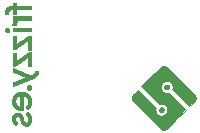
<source format=gbo>
%TF.GenerationSoftware,KiCad,Pcbnew,4.0.7-e2-6376~58~ubuntu16.04.1*%
%TF.CreationDate,2018-01-20T15:47:02+01:00*%
%TF.ProjectId,BasicModule,42617369634D6F64756C652E6B696361,rev?*%
%TF.FileFunction,Legend,Bot*%
%FSLAX46Y46*%
G04 Gerber Fmt 4.6, Leading zero omitted, Abs format (unit mm)*
G04 Created by KiCad (PCBNEW 4.0.7-e2-6376~58~ubuntu16.04.1) date Sat Jan 20 15:47:02 2018*
%MOMM*%
%LPD*%
G01*
G04 APERTURE LIST*
%ADD10C,0.100000*%
%ADD11C,0.010000*%
G04 APERTURE END LIST*
D10*
D11*
G36*
X1838324Y-14779790D02*
X1868005Y-14789572D01*
X1885950Y-14794637D01*
X1905284Y-14804742D01*
X1917700Y-14814550D01*
X1936108Y-14828729D01*
X1943100Y-14831802D01*
X1961447Y-14836977D01*
X1998472Y-14851349D01*
X2049901Y-14873236D01*
X2063750Y-14879347D01*
X2096078Y-14893437D01*
X2117401Y-14902234D01*
X2120900Y-14903450D01*
X2135400Y-14909110D01*
X2164377Y-14921525D01*
X2178050Y-14927552D01*
X2239172Y-14954492D01*
X2279808Y-14971942D01*
X2298664Y-14979347D01*
X2298700Y-14979357D01*
X2313206Y-14985198D01*
X2342193Y-14997722D01*
X2355850Y-15003752D01*
X2418952Y-15031557D01*
X2459205Y-15048779D01*
X2476500Y-15055425D01*
X2490802Y-15061257D01*
X2520170Y-15074220D01*
X2540000Y-15083192D01*
X2594640Y-15107199D01*
X2629137Y-15120056D01*
X2645744Y-15122588D01*
X2646749Y-15122177D01*
X2658515Y-15127602D01*
X2678366Y-15143543D01*
X2697247Y-15157608D01*
X2705100Y-15157450D01*
X2712778Y-15156637D01*
X2727325Y-15167276D01*
X2748356Y-15183541D01*
X2758941Y-15188642D01*
X2787674Y-15196826D01*
X2836426Y-15216623D01*
X2870200Y-15231707D01*
X2904947Y-15246952D01*
X2929597Y-15256661D01*
X2935816Y-15258410D01*
X2951987Y-15264465D01*
X2948470Y-15276277D01*
X2929298Y-15290516D01*
X2898501Y-15303850D01*
X2872383Y-15310823D01*
X2846138Y-15318868D01*
X2834283Y-15323649D01*
X2813031Y-15332748D01*
X2806700Y-15335217D01*
X2789897Y-15341629D01*
X2760150Y-15353416D01*
X2728029Y-15366356D01*
X2705100Y-15375804D01*
X2684743Y-15384142D01*
X2679700Y-15386050D01*
X2663974Y-15392486D01*
X2652116Y-15397650D01*
X2624401Y-15407312D01*
X2614016Y-15409610D01*
X2588646Y-15418399D01*
X2578100Y-15424139D01*
X2548803Y-15436582D01*
X2534646Y-15439910D01*
X2506929Y-15448476D01*
X2496546Y-15454497D01*
X2476358Y-15464955D01*
X2442910Y-15477735D01*
X2432050Y-15481300D01*
X2397122Y-15493653D01*
X2372386Y-15504805D01*
X2368550Y-15507275D01*
X2352287Y-15516861D01*
X2349500Y-15517500D01*
X2342746Y-15518655D01*
X2329315Y-15522819D01*
X2304470Y-15531649D01*
X2263471Y-15546805D01*
X2228850Y-15559736D01*
X2188560Y-15574692D01*
X2158637Y-15585582D01*
X2146300Y-15589812D01*
X2130872Y-15595317D01*
X2101435Y-15606749D01*
X2067474Y-15620375D01*
X2044700Y-15629804D01*
X2024368Y-15637754D01*
X2019300Y-15639349D01*
X2005296Y-15644369D01*
X1973737Y-15656375D01*
X1930701Y-15673047D01*
X1917700Y-15678127D01*
X1872147Y-15695204D01*
X1835832Y-15707416D01*
X1815052Y-15712690D01*
X1812925Y-15712655D01*
X1809182Y-15723388D01*
X1806130Y-15754630D01*
X1804095Y-15801494D01*
X1803400Y-15855949D01*
X1804368Y-15914945D01*
X1807022Y-15962041D01*
X1810979Y-15992562D01*
X1815273Y-16002000D01*
X1835480Y-15997827D01*
X1856548Y-15990821D01*
X1882883Y-15981697D01*
X1895608Y-15978378D01*
X1912599Y-15972151D01*
X1940797Y-15958733D01*
X1943100Y-15957550D01*
X1971697Y-15943783D01*
X1989940Y-15936833D01*
X1990591Y-15936721D01*
X2008799Y-15931790D01*
X2032000Y-15923901D01*
X2066964Y-15911332D01*
X2086077Y-15905055D01*
X2097290Y-15902499D01*
X2098808Y-15902274D01*
X2115793Y-15895980D01*
X2144019Y-15882522D01*
X2146433Y-15881281D01*
X2171729Y-15870412D01*
X2184142Y-15869418D01*
X2184400Y-15870292D01*
X2192258Y-15869417D01*
X2209800Y-15855950D01*
X2228127Y-15842038D01*
X2235200Y-15841607D01*
X2244915Y-15842343D01*
X2268744Y-15832847D01*
X2273166Y-15830618D01*
X2299677Y-15817664D01*
X2313983Y-15812112D01*
X2314441Y-15812135D01*
X2327402Y-15808928D01*
X2354946Y-15799591D01*
X2388033Y-15787321D01*
X2413000Y-15777295D01*
X2433323Y-15769456D01*
X2438400Y-15767952D01*
X2453906Y-15761064D01*
X2457450Y-15759021D01*
X2475837Y-15751169D01*
X2509979Y-15738911D01*
X2540000Y-15728950D01*
X2580272Y-15715433D01*
X2611012Y-15704055D01*
X2622550Y-15698878D01*
X2639493Y-15690576D01*
X2641600Y-15689980D01*
X2656671Y-15684853D01*
X2684466Y-15674164D01*
X2686050Y-15673534D01*
X2723055Y-15659085D01*
X2743505Y-15652230D01*
X2754295Y-15650800D01*
X2757123Y-15651191D01*
X2772249Y-15645644D01*
X2782523Y-15638555D01*
X2804045Y-15626972D01*
X2840606Y-15612164D01*
X2870200Y-15601950D01*
X2910504Y-15588150D01*
X2941251Y-15576046D01*
X2952750Y-15570174D01*
X2972222Y-15560652D01*
X3005190Y-15548397D01*
X3016250Y-15544787D01*
X3051127Y-15533000D01*
X3075863Y-15523236D01*
X3079750Y-15521264D01*
X3102507Y-15511983D01*
X3105150Y-15511398D01*
X3124169Y-15505209D01*
X3155745Y-15492749D01*
X3165414Y-15488670D01*
X3196768Y-15475965D01*
X3216942Y-15469116D01*
X3219522Y-15468712D01*
X3234160Y-15463720D01*
X3261032Y-15451021D01*
X3263900Y-15449550D01*
X3292497Y-15435783D01*
X3310740Y-15428833D01*
X3311391Y-15428721D01*
X3330926Y-15423302D01*
X3363628Y-15411948D01*
X3399137Y-15398286D01*
X3403600Y-15396454D01*
X3428259Y-15387398D01*
X3435350Y-15385297D01*
X3454079Y-15378431D01*
X3485870Y-15365117D01*
X3498850Y-15359412D01*
X3531163Y-15345365D01*
X3552488Y-15336730D01*
X3556000Y-15335599D01*
X3569251Y-15328396D01*
X3596419Y-15311197D01*
X3618224Y-15296728D01*
X3654028Y-15272699D01*
X3683483Y-15253129D01*
X3693858Y-15246350D01*
X3723723Y-15223961D01*
X3757267Y-15194195D01*
X3788755Y-15162795D01*
X3812457Y-15135503D01*
X3822640Y-15118060D01*
X3822700Y-15117283D01*
X3829161Y-15101739D01*
X3833499Y-15100300D01*
X3843728Y-15089853D01*
X3860907Y-15062972D01*
X3881476Y-15026349D01*
X3901876Y-14986672D01*
X3918547Y-14950633D01*
X3927930Y-14924922D01*
X3928640Y-14921476D01*
X3936128Y-14896079D01*
X3938785Y-14890750D01*
X3942826Y-14872418D01*
X3946370Y-14836376D01*
X3948669Y-14790313D01*
X3948712Y-14788820D01*
X3951219Y-14699590D01*
X3830719Y-14700068D01*
X3778043Y-14700887D01*
X3735678Y-14702695D01*
X3709519Y-14705180D01*
X3704151Y-14706748D01*
X3699350Y-14721813D01*
X3693394Y-14754068D01*
X3689349Y-14782800D01*
X3682216Y-14824596D01*
X3673271Y-14856966D01*
X3667553Y-14868525D01*
X3660949Y-14882072D01*
X3663950Y-14884400D01*
X3664861Y-14892288D01*
X3656475Y-14904804D01*
X3636577Y-14933482D01*
X3626241Y-14951887D01*
X3607993Y-14975096D01*
X3577364Y-15002717D01*
X3562245Y-15014028D01*
X3522062Y-15040229D01*
X3475062Y-15068012D01*
X3426496Y-15094647D01*
X3381620Y-15117404D01*
X3345686Y-15133552D01*
X3323949Y-15140363D01*
X3320295Y-15139761D01*
X3304228Y-15131447D01*
X3304116Y-15131438D01*
X3289087Y-15126099D01*
X3258010Y-15112725D01*
X3219450Y-15095065D01*
X3178233Y-15076374D01*
X3145292Y-15062619D01*
X3128656Y-15057020D01*
X3106622Y-15047416D01*
X3096906Y-15040498D01*
X3077168Y-15027367D01*
X3070358Y-15024832D01*
X3040236Y-15015978D01*
X2989690Y-14995285D01*
X2959100Y-14981592D01*
X2924848Y-14966354D01*
X2901209Y-14956549D01*
X2895600Y-14954694D01*
X2880735Y-14947984D01*
X2870200Y-14941712D01*
X2846858Y-14930032D01*
X2838450Y-14927607D01*
X2820181Y-14921526D01*
X2788028Y-14908269D01*
X2768600Y-14899638D01*
X2684330Y-14861483D01*
X2611542Y-14828925D01*
X2553051Y-14803201D01*
X2511670Y-14785546D01*
X2490215Y-14777198D01*
X2489200Y-14776902D01*
X2475295Y-14771040D01*
X2445077Y-14757329D01*
X2406650Y-14739465D01*
X2365796Y-14720843D01*
X2333594Y-14707171D01*
X2317750Y-14701619D01*
X2296656Y-14693447D01*
X2286000Y-14687387D01*
X2266456Y-14676446D01*
X2260600Y-14674272D01*
X2246110Y-14668969D01*
X2217155Y-14656767D01*
X2203450Y-14650747D01*
X2145163Y-14625039D01*
X2107232Y-14608757D01*
X2086924Y-14600741D01*
X2082800Y-14599519D01*
X2067910Y-14592429D01*
X2057400Y-14586112D01*
X2034049Y-14574362D01*
X2025650Y-14571880D01*
X2008304Y-14565725D01*
X1975401Y-14551681D01*
X1936750Y-14534034D01*
X1896719Y-14515719D01*
X1866154Y-14502612D01*
X1852083Y-14497661D01*
X1836064Y-14489353D01*
X1834091Y-14487525D01*
X1821499Y-14479206D01*
X1812738Y-14485443D01*
X1807204Y-14508898D01*
X1804294Y-14552232D01*
X1803402Y-14618108D01*
X1803399Y-14622807D01*
X1803399Y-14767615D01*
X1838324Y-14779790D01*
X1838324Y-14779790D01*
G37*
X1838324Y-14779790D02*
X1868005Y-14789572D01*
X1885950Y-14794637D01*
X1905284Y-14804742D01*
X1917700Y-14814550D01*
X1936108Y-14828729D01*
X1943100Y-14831802D01*
X1961447Y-14836977D01*
X1998472Y-14851349D01*
X2049901Y-14873236D01*
X2063750Y-14879347D01*
X2096078Y-14893437D01*
X2117401Y-14902234D01*
X2120900Y-14903450D01*
X2135400Y-14909110D01*
X2164377Y-14921525D01*
X2178050Y-14927552D01*
X2239172Y-14954492D01*
X2279808Y-14971942D01*
X2298664Y-14979347D01*
X2298700Y-14979357D01*
X2313206Y-14985198D01*
X2342193Y-14997722D01*
X2355850Y-15003752D01*
X2418952Y-15031557D01*
X2459205Y-15048779D01*
X2476500Y-15055425D01*
X2490802Y-15061257D01*
X2520170Y-15074220D01*
X2540000Y-15083192D01*
X2594640Y-15107199D01*
X2629137Y-15120056D01*
X2645744Y-15122588D01*
X2646749Y-15122177D01*
X2658515Y-15127602D01*
X2678366Y-15143543D01*
X2697247Y-15157608D01*
X2705100Y-15157450D01*
X2712778Y-15156637D01*
X2727325Y-15167276D01*
X2748356Y-15183541D01*
X2758941Y-15188642D01*
X2787674Y-15196826D01*
X2836426Y-15216623D01*
X2870200Y-15231707D01*
X2904947Y-15246952D01*
X2929597Y-15256661D01*
X2935816Y-15258410D01*
X2951987Y-15264465D01*
X2948470Y-15276277D01*
X2929298Y-15290516D01*
X2898501Y-15303850D01*
X2872383Y-15310823D01*
X2846138Y-15318868D01*
X2834283Y-15323649D01*
X2813031Y-15332748D01*
X2806700Y-15335217D01*
X2789897Y-15341629D01*
X2760150Y-15353416D01*
X2728029Y-15366356D01*
X2705100Y-15375804D01*
X2684743Y-15384142D01*
X2679700Y-15386050D01*
X2663974Y-15392486D01*
X2652116Y-15397650D01*
X2624401Y-15407312D01*
X2614016Y-15409610D01*
X2588646Y-15418399D01*
X2578100Y-15424139D01*
X2548803Y-15436582D01*
X2534646Y-15439910D01*
X2506929Y-15448476D01*
X2496546Y-15454497D01*
X2476358Y-15464955D01*
X2442910Y-15477735D01*
X2432050Y-15481300D01*
X2397122Y-15493653D01*
X2372386Y-15504805D01*
X2368550Y-15507275D01*
X2352287Y-15516861D01*
X2349500Y-15517500D01*
X2342746Y-15518655D01*
X2329315Y-15522819D01*
X2304470Y-15531649D01*
X2263471Y-15546805D01*
X2228850Y-15559736D01*
X2188560Y-15574692D01*
X2158637Y-15585582D01*
X2146300Y-15589812D01*
X2130872Y-15595317D01*
X2101435Y-15606749D01*
X2067474Y-15620375D01*
X2044700Y-15629804D01*
X2024368Y-15637754D01*
X2019300Y-15639349D01*
X2005296Y-15644369D01*
X1973737Y-15656375D01*
X1930701Y-15673047D01*
X1917700Y-15678127D01*
X1872147Y-15695204D01*
X1835832Y-15707416D01*
X1815052Y-15712690D01*
X1812925Y-15712655D01*
X1809182Y-15723388D01*
X1806130Y-15754630D01*
X1804095Y-15801494D01*
X1803400Y-15855949D01*
X1804368Y-15914945D01*
X1807022Y-15962041D01*
X1810979Y-15992562D01*
X1815273Y-16002000D01*
X1835480Y-15997827D01*
X1856548Y-15990821D01*
X1882883Y-15981697D01*
X1895608Y-15978378D01*
X1912599Y-15972151D01*
X1940797Y-15958733D01*
X1943100Y-15957550D01*
X1971697Y-15943783D01*
X1989940Y-15936833D01*
X1990591Y-15936721D01*
X2008799Y-15931790D01*
X2032000Y-15923901D01*
X2066964Y-15911332D01*
X2086077Y-15905055D01*
X2097290Y-15902499D01*
X2098808Y-15902274D01*
X2115793Y-15895980D01*
X2144019Y-15882522D01*
X2146433Y-15881281D01*
X2171729Y-15870412D01*
X2184142Y-15869418D01*
X2184400Y-15870292D01*
X2192258Y-15869417D01*
X2209800Y-15855950D01*
X2228127Y-15842038D01*
X2235200Y-15841607D01*
X2244915Y-15842343D01*
X2268744Y-15832847D01*
X2273166Y-15830618D01*
X2299677Y-15817664D01*
X2313983Y-15812112D01*
X2314441Y-15812135D01*
X2327402Y-15808928D01*
X2354946Y-15799591D01*
X2388033Y-15787321D01*
X2413000Y-15777295D01*
X2433323Y-15769456D01*
X2438400Y-15767952D01*
X2453906Y-15761064D01*
X2457450Y-15759021D01*
X2475837Y-15751169D01*
X2509979Y-15738911D01*
X2540000Y-15728950D01*
X2580272Y-15715433D01*
X2611012Y-15704055D01*
X2622550Y-15698878D01*
X2639493Y-15690576D01*
X2641600Y-15689980D01*
X2656671Y-15684853D01*
X2684466Y-15674164D01*
X2686050Y-15673534D01*
X2723055Y-15659085D01*
X2743505Y-15652230D01*
X2754295Y-15650800D01*
X2757123Y-15651191D01*
X2772249Y-15645644D01*
X2782523Y-15638555D01*
X2804045Y-15626972D01*
X2840606Y-15612164D01*
X2870200Y-15601950D01*
X2910504Y-15588150D01*
X2941251Y-15576046D01*
X2952750Y-15570174D01*
X2972222Y-15560652D01*
X3005190Y-15548397D01*
X3016250Y-15544787D01*
X3051127Y-15533000D01*
X3075863Y-15523236D01*
X3079750Y-15521264D01*
X3102507Y-15511983D01*
X3105150Y-15511398D01*
X3124169Y-15505209D01*
X3155745Y-15492749D01*
X3165414Y-15488670D01*
X3196768Y-15475965D01*
X3216942Y-15469116D01*
X3219522Y-15468712D01*
X3234160Y-15463720D01*
X3261032Y-15451021D01*
X3263900Y-15449550D01*
X3292497Y-15435783D01*
X3310740Y-15428833D01*
X3311391Y-15428721D01*
X3330926Y-15423302D01*
X3363628Y-15411948D01*
X3399137Y-15398286D01*
X3403600Y-15396454D01*
X3428259Y-15387398D01*
X3435350Y-15385297D01*
X3454079Y-15378431D01*
X3485870Y-15365117D01*
X3498850Y-15359412D01*
X3531163Y-15345365D01*
X3552488Y-15336730D01*
X3556000Y-15335599D01*
X3569251Y-15328396D01*
X3596419Y-15311197D01*
X3618224Y-15296728D01*
X3654028Y-15272699D01*
X3683483Y-15253129D01*
X3693858Y-15246350D01*
X3723723Y-15223961D01*
X3757267Y-15194195D01*
X3788755Y-15162795D01*
X3812457Y-15135503D01*
X3822640Y-15118060D01*
X3822700Y-15117283D01*
X3829161Y-15101739D01*
X3833499Y-15100300D01*
X3843728Y-15089853D01*
X3860907Y-15062972D01*
X3881476Y-15026349D01*
X3901876Y-14986672D01*
X3918547Y-14950633D01*
X3927930Y-14924922D01*
X3928640Y-14921476D01*
X3936128Y-14896079D01*
X3938785Y-14890750D01*
X3942826Y-14872418D01*
X3946370Y-14836376D01*
X3948669Y-14790313D01*
X3948712Y-14788820D01*
X3951219Y-14699590D01*
X3830719Y-14700068D01*
X3778043Y-14700887D01*
X3735678Y-14702695D01*
X3709519Y-14705180D01*
X3704151Y-14706748D01*
X3699350Y-14721813D01*
X3693394Y-14754068D01*
X3689349Y-14782800D01*
X3682216Y-14824596D01*
X3673271Y-14856966D01*
X3667553Y-14868525D01*
X3660949Y-14882072D01*
X3663950Y-14884400D01*
X3664861Y-14892288D01*
X3656475Y-14904804D01*
X3636577Y-14933482D01*
X3626241Y-14951887D01*
X3607993Y-14975096D01*
X3577364Y-15002717D01*
X3562245Y-15014028D01*
X3522062Y-15040229D01*
X3475062Y-15068012D01*
X3426496Y-15094647D01*
X3381620Y-15117404D01*
X3345686Y-15133552D01*
X3323949Y-15140363D01*
X3320295Y-15139761D01*
X3304228Y-15131447D01*
X3304116Y-15131438D01*
X3289087Y-15126099D01*
X3258010Y-15112725D01*
X3219450Y-15095065D01*
X3178233Y-15076374D01*
X3145292Y-15062619D01*
X3128656Y-15057020D01*
X3106622Y-15047416D01*
X3096906Y-15040498D01*
X3077168Y-15027367D01*
X3070358Y-15024832D01*
X3040236Y-15015978D01*
X2989690Y-14995285D01*
X2959100Y-14981592D01*
X2924848Y-14966354D01*
X2901209Y-14956549D01*
X2895600Y-14954694D01*
X2880735Y-14947984D01*
X2870200Y-14941712D01*
X2846858Y-14930032D01*
X2838450Y-14927607D01*
X2820181Y-14921526D01*
X2788028Y-14908269D01*
X2768600Y-14899638D01*
X2684330Y-14861483D01*
X2611542Y-14828925D01*
X2553051Y-14803201D01*
X2511670Y-14785546D01*
X2490215Y-14777198D01*
X2489200Y-14776902D01*
X2475295Y-14771040D01*
X2445077Y-14757329D01*
X2406650Y-14739465D01*
X2365796Y-14720843D01*
X2333594Y-14707171D01*
X2317750Y-14701619D01*
X2296656Y-14693447D01*
X2286000Y-14687387D01*
X2266456Y-14676446D01*
X2260600Y-14674272D01*
X2246110Y-14668969D01*
X2217155Y-14656767D01*
X2203450Y-14650747D01*
X2145163Y-14625039D01*
X2107232Y-14608757D01*
X2086924Y-14600741D01*
X2082800Y-14599519D01*
X2067910Y-14592429D01*
X2057400Y-14586112D01*
X2034049Y-14574362D01*
X2025650Y-14571880D01*
X2008304Y-14565725D01*
X1975401Y-14551681D01*
X1936750Y-14534034D01*
X1896719Y-14515719D01*
X1866154Y-14502612D01*
X1852083Y-14497661D01*
X1836064Y-14489353D01*
X1834091Y-14487525D01*
X1821499Y-14479206D01*
X1812738Y-14485443D01*
X1807204Y-14508898D01*
X1804294Y-14552232D01*
X1803402Y-14618108D01*
X1803399Y-14622807D01*
X1803399Y-14767615D01*
X1838324Y-14779790D01*
G36*
X3613150Y-14960600D02*
X3619500Y-14954250D01*
X3613150Y-14947900D01*
X3606800Y-14954250D01*
X3613150Y-14960600D01*
X3613150Y-14960600D01*
G37*
X3613150Y-14960600D02*
X3619500Y-14954250D01*
X3613150Y-14947900D01*
X3606800Y-14954250D01*
X3613150Y-14960600D01*
G36*
X2992094Y-16183299D02*
X2998060Y-16212961D01*
X3012950Y-16237637D01*
X3040856Y-16267528D01*
X3043979Y-16270656D01*
X3077368Y-16301495D01*
X3105286Y-16317897D01*
X3138569Y-16324900D01*
X3164390Y-16326630D01*
X3226545Y-16323463D01*
X3276377Y-16304843D01*
X3323505Y-16266853D01*
X3331668Y-16258472D01*
X3359223Y-16213879D01*
X3374146Y-16157265D01*
X3375004Y-16098985D01*
X3360585Y-16049806D01*
X3339648Y-16013730D01*
X3320459Y-15985008D01*
X3306699Y-15968716D01*
X3302000Y-15968979D01*
X3294167Y-15970934D01*
X3281711Y-15962872D01*
X3243727Y-15943712D01*
X3194418Y-15934637D01*
X3143574Y-15935907D01*
X3100986Y-15947781D01*
X3085969Y-15957667D01*
X3067781Y-15970663D01*
X3060700Y-15969270D01*
X3054415Y-15971942D01*
X3038347Y-15991130D01*
X3025775Y-16008576D01*
X3004994Y-16043672D01*
X2994429Y-16078603D01*
X2991044Y-16124697D01*
X2990962Y-16138450D01*
X2992094Y-16183299D01*
X2992094Y-16183299D01*
G37*
X2992094Y-16183299D02*
X2998060Y-16212961D01*
X3012950Y-16237637D01*
X3040856Y-16267528D01*
X3043979Y-16270656D01*
X3077368Y-16301495D01*
X3105286Y-16317897D01*
X3138569Y-16324900D01*
X3164390Y-16326630D01*
X3226545Y-16323463D01*
X3276377Y-16304843D01*
X3323505Y-16266853D01*
X3331668Y-16258472D01*
X3359223Y-16213879D01*
X3374146Y-16157265D01*
X3375004Y-16098985D01*
X3360585Y-16049806D01*
X3339648Y-16013730D01*
X3320459Y-15985008D01*
X3306699Y-15968716D01*
X3302000Y-15968979D01*
X3294167Y-15970934D01*
X3281711Y-15962872D01*
X3243727Y-15943712D01*
X3194418Y-15934637D01*
X3143574Y-15935907D01*
X3100986Y-15947781D01*
X3085969Y-15957667D01*
X3067781Y-15970663D01*
X3060700Y-15969270D01*
X3054415Y-15971942D01*
X3038347Y-15991130D01*
X3025775Y-16008576D01*
X3004994Y-16043672D01*
X2994429Y-16078603D01*
X2991044Y-16124697D01*
X2990962Y-16138450D01*
X2992094Y-16183299D01*
G36*
X1771838Y-17375951D02*
X1778720Y-17456714D01*
X1794384Y-17528718D01*
X1820762Y-17600045D01*
X1859786Y-17678774D01*
X1873552Y-17703800D01*
X1889081Y-17725067D01*
X1916560Y-17756935D01*
X1951575Y-17794883D01*
X1989714Y-17834390D01*
X2026563Y-17870936D01*
X2057710Y-17900001D01*
X2078742Y-17917066D01*
X2084332Y-17919700D01*
X2100167Y-17926274D01*
X2128062Y-17942797D01*
X2140339Y-17950894D01*
X2183452Y-17975385D01*
X2239681Y-18001177D01*
X2298011Y-18023689D01*
X2347427Y-18038341D01*
X2353839Y-18039663D01*
X2375476Y-18044582D01*
X2381250Y-18047016D01*
X2392938Y-18051439D01*
X2423969Y-18055138D01*
X2468294Y-18057974D01*
X2519862Y-18059807D01*
X2572622Y-18060496D01*
X2620525Y-18059901D01*
X2657522Y-18057884D01*
X2677560Y-18054302D01*
X2678344Y-18053887D01*
X2681857Y-18042653D01*
X2684824Y-18012967D01*
X2687268Y-17963820D01*
X2689209Y-17894204D01*
X2690671Y-17803110D01*
X2691675Y-17689528D01*
X2692243Y-17552451D01*
X2692400Y-17410769D01*
X2692400Y-16776337D01*
X2733155Y-16783517D01*
X2766873Y-16792628D01*
X2790305Y-16804304D01*
X2804217Y-16812470D01*
X2806700Y-16810758D01*
X2815683Y-16808844D01*
X2839210Y-16819598D01*
X2872148Y-16839625D01*
X2909364Y-16865530D01*
X2945724Y-16893919D01*
X2976096Y-16921398D01*
X2979802Y-16925215D01*
X3003674Y-16955682D01*
X3031658Y-16998966D01*
X3059097Y-17046894D01*
X3081336Y-17091293D01*
X3093718Y-17123988D01*
X3094163Y-17125950D01*
X3098484Y-17148378D01*
X3101344Y-17164050D01*
X3109033Y-17191678D01*
X3114125Y-17202628D01*
X3117826Y-17221092D01*
X3120199Y-17257635D01*
X3121267Y-17304972D01*
X3121055Y-17355819D01*
X3119588Y-17402890D01*
X3116891Y-17438901D01*
X3113261Y-17456150D01*
X3105062Y-17478945D01*
X3102151Y-17492851D01*
X3090219Y-17533020D01*
X3068370Y-17581249D01*
X3042496Y-17625713D01*
X3024175Y-17649293D01*
X3005134Y-17671373D01*
X2997200Y-17685116D01*
X2997200Y-17685126D01*
X2989275Y-17699362D01*
X2978150Y-17711964D01*
X2963166Y-17724191D01*
X2959100Y-17723841D01*
X2950920Y-17726061D01*
X2931009Y-17741110D01*
X2928825Y-17742991D01*
X2908915Y-17763288D01*
X2906433Y-17781479D01*
X2916930Y-17806154D01*
X2932933Y-17833841D01*
X2946122Y-17849671D01*
X2946390Y-17849844D01*
X2957519Y-17864183D01*
X2975117Y-17894422D01*
X2991391Y-17926018D01*
X3011615Y-17964463D01*
X3028620Y-17982961D01*
X3048317Y-17982217D01*
X3076614Y-17962935D01*
X3103950Y-17939451D01*
X3130283Y-17918529D01*
X3149120Y-17907503D01*
X3151575Y-17907000D01*
X3160812Y-17896554D01*
X3162300Y-17885833D01*
X3165924Y-17871651D01*
X3170161Y-17872528D01*
X3183507Y-17871429D01*
X3200659Y-17857320D01*
X3212158Y-17838853D01*
X3213100Y-17833262D01*
X3221817Y-17815808D01*
X3231586Y-17805867D01*
X3246717Y-17786401D01*
X3267741Y-17751014D01*
X3291097Y-17706845D01*
X3313226Y-17661030D01*
X3330567Y-17620705D01*
X3339561Y-17593010D01*
X3340100Y-17588329D01*
X3345130Y-17565263D01*
X3348934Y-17559499D01*
X3355876Y-17549210D01*
X3361019Y-17531637D01*
X3364800Y-17502754D01*
X3367653Y-17458539D01*
X3370016Y-17394965D01*
X3371153Y-17354550D01*
X3371874Y-17288495D01*
X3370754Y-17225889D01*
X3368032Y-17174410D01*
X3364613Y-17145000D01*
X3353440Y-17086395D01*
X3344504Y-17046130D01*
X3335861Y-17017490D01*
X3325568Y-16993762D01*
X3315336Y-16974683D01*
X3301250Y-16945928D01*
X3296196Y-16927789D01*
X3296857Y-16925776D01*
X3293389Y-16914320D01*
X3283256Y-16903954D01*
X3267001Y-16883341D01*
X3263900Y-16872363D01*
X3255247Y-16852883D01*
X3238500Y-16833850D01*
X3219460Y-16811543D01*
X3213100Y-16795928D01*
X3204462Y-16780513D01*
X3181632Y-16753434D01*
X3149232Y-16720092D01*
X3143250Y-16714328D01*
X3110289Y-16684031D01*
X3085708Y-16663647D01*
X3073864Y-16656727D01*
X3073400Y-16657407D01*
X3065448Y-16655730D01*
X3045441Y-16640013D01*
X3035300Y-16630650D01*
X3012099Y-16610648D01*
X2998597Y-16603315D01*
X2997200Y-16604842D01*
X2989371Y-16606249D01*
X2974975Y-16596448D01*
X2944929Y-16576253D01*
X2916139Y-16565154D01*
X2908300Y-16564562D01*
X2893562Y-16559618D01*
X2872550Y-16549358D01*
X2841548Y-16535421D01*
X2821750Y-16529222D01*
X2796046Y-16523641D01*
X2758725Y-16515233D01*
X2748172Y-16512814D01*
X2710139Y-16507580D01*
X2655844Y-16504552D01*
X2591792Y-16503599D01*
X2524492Y-16504589D01*
X2463800Y-16507243D01*
X2463800Y-16775174D01*
X2463800Y-17284793D01*
X2463772Y-17411813D01*
X2463613Y-17515710D01*
X2463208Y-17598761D01*
X2462443Y-17663244D01*
X2461201Y-17711437D01*
X2459368Y-17745615D01*
X2456831Y-17768058D01*
X2453473Y-17781041D01*
X2449179Y-17786841D01*
X2443836Y-17787738D01*
X2438508Y-17786384D01*
X2406142Y-17777851D01*
X2378578Y-17772076D01*
X2346653Y-17762602D01*
X2327669Y-17752292D01*
X2313831Y-17744210D01*
X2311400Y-17745941D01*
X2302272Y-17746280D01*
X2278733Y-17734990D01*
X2246545Y-17715872D01*
X2211471Y-17692728D01*
X2179275Y-17669358D01*
X2155720Y-17649565D01*
X2146571Y-17637221D01*
X2138811Y-17621953D01*
X2120429Y-17598044D01*
X2119595Y-17597080D01*
X2102474Y-17574277D01*
X2097160Y-17560612D01*
X2097370Y-17560217D01*
X2093572Y-17547226D01*
X2081423Y-17530508D01*
X2066607Y-17507947D01*
X2052324Y-17478067D01*
X2041704Y-17448994D01*
X2037874Y-17428853D01*
X2040565Y-17424400D01*
X2040289Y-17416658D01*
X2034224Y-17408029D01*
X2028824Y-17388708D01*
X2025680Y-17351348D01*
X2024749Y-17303208D01*
X2025987Y-17251545D01*
X2029351Y-17203617D01*
X2034798Y-17166682D01*
X2035692Y-17162925D01*
X2056049Y-17091385D01*
X2075203Y-17042336D01*
X2094288Y-17012978D01*
X2097448Y-17009886D01*
X2115449Y-16989758D01*
X2120900Y-16978028D01*
X2130512Y-16957933D01*
X2155096Y-16929707D01*
X2188276Y-16898839D01*
X2223672Y-16870823D01*
X2254907Y-16851148D01*
X2275141Y-16845219D01*
X2289504Y-16838574D01*
X2310066Y-16822356D01*
X2328993Y-16807818D01*
X2336800Y-16806928D01*
X2346124Y-16808535D01*
X2363950Y-16801162D01*
X2397698Y-16788005D01*
X2427450Y-16780903D01*
X2463800Y-16775174D01*
X2463800Y-16507243D01*
X2460449Y-16507390D01*
X2406171Y-16511871D01*
X2368164Y-16517899D01*
X2359025Y-16520695D01*
X2334503Y-16528735D01*
X2324102Y-16528487D01*
X2324100Y-16528409D01*
X2314330Y-16529219D01*
X2290374Y-16539529D01*
X2286000Y-16541750D01*
X2260649Y-16552654D01*
X2248170Y-16553696D01*
X2247900Y-16552807D01*
X2240041Y-16553682D01*
X2222500Y-16567150D01*
X2204222Y-16580529D01*
X2197100Y-16579850D01*
X2189376Y-16579200D01*
X2173844Y-16590609D01*
X2154006Y-16604285D01*
X2144133Y-16605199D01*
X2132087Y-16608592D01*
X2114620Y-16624222D01*
X2093549Y-16643199D01*
X2079915Y-16649700D01*
X2062240Y-16658780D01*
X2033271Y-16682854D01*
X1997690Y-16717167D01*
X1960180Y-16756967D01*
X1925424Y-16797502D01*
X1898105Y-16834017D01*
X1897668Y-16834672D01*
X1860593Y-16895902D01*
X1828866Y-16958610D01*
X1806304Y-17014733D01*
X1798185Y-17044798D01*
X1793246Y-17067904D01*
X1790672Y-17075150D01*
X1784803Y-17087560D01*
X1779679Y-17123646D01*
X1775461Y-17181690D01*
X1772306Y-17259974D01*
X1771806Y-17278350D01*
X1771838Y-17375951D01*
X1771838Y-17375951D01*
G37*
X1771838Y-17375951D02*
X1778720Y-17456714D01*
X1794384Y-17528718D01*
X1820762Y-17600045D01*
X1859786Y-17678774D01*
X1873552Y-17703800D01*
X1889081Y-17725067D01*
X1916560Y-17756935D01*
X1951575Y-17794883D01*
X1989714Y-17834390D01*
X2026563Y-17870936D01*
X2057710Y-17900001D01*
X2078742Y-17917066D01*
X2084332Y-17919700D01*
X2100167Y-17926274D01*
X2128062Y-17942797D01*
X2140339Y-17950894D01*
X2183452Y-17975385D01*
X2239681Y-18001177D01*
X2298011Y-18023689D01*
X2347427Y-18038341D01*
X2353839Y-18039663D01*
X2375476Y-18044582D01*
X2381250Y-18047016D01*
X2392938Y-18051439D01*
X2423969Y-18055138D01*
X2468294Y-18057974D01*
X2519862Y-18059807D01*
X2572622Y-18060496D01*
X2620525Y-18059901D01*
X2657522Y-18057884D01*
X2677560Y-18054302D01*
X2678344Y-18053887D01*
X2681857Y-18042653D01*
X2684824Y-18012967D01*
X2687268Y-17963820D01*
X2689209Y-17894204D01*
X2690671Y-17803110D01*
X2691675Y-17689528D01*
X2692243Y-17552451D01*
X2692400Y-17410769D01*
X2692400Y-16776337D01*
X2733155Y-16783517D01*
X2766873Y-16792628D01*
X2790305Y-16804304D01*
X2804217Y-16812470D01*
X2806700Y-16810758D01*
X2815683Y-16808844D01*
X2839210Y-16819598D01*
X2872148Y-16839625D01*
X2909364Y-16865530D01*
X2945724Y-16893919D01*
X2976096Y-16921398D01*
X2979802Y-16925215D01*
X3003674Y-16955682D01*
X3031658Y-16998966D01*
X3059097Y-17046894D01*
X3081336Y-17091293D01*
X3093718Y-17123988D01*
X3094163Y-17125950D01*
X3098484Y-17148378D01*
X3101344Y-17164050D01*
X3109033Y-17191678D01*
X3114125Y-17202628D01*
X3117826Y-17221092D01*
X3120199Y-17257635D01*
X3121267Y-17304972D01*
X3121055Y-17355819D01*
X3119588Y-17402890D01*
X3116891Y-17438901D01*
X3113261Y-17456150D01*
X3105062Y-17478945D01*
X3102151Y-17492851D01*
X3090219Y-17533020D01*
X3068370Y-17581249D01*
X3042496Y-17625713D01*
X3024175Y-17649293D01*
X3005134Y-17671373D01*
X2997200Y-17685116D01*
X2997200Y-17685126D01*
X2989275Y-17699362D01*
X2978150Y-17711964D01*
X2963166Y-17724191D01*
X2959100Y-17723841D01*
X2950920Y-17726061D01*
X2931009Y-17741110D01*
X2928825Y-17742991D01*
X2908915Y-17763288D01*
X2906433Y-17781479D01*
X2916930Y-17806154D01*
X2932933Y-17833841D01*
X2946122Y-17849671D01*
X2946390Y-17849844D01*
X2957519Y-17864183D01*
X2975117Y-17894422D01*
X2991391Y-17926018D01*
X3011615Y-17964463D01*
X3028620Y-17982961D01*
X3048317Y-17982217D01*
X3076614Y-17962935D01*
X3103950Y-17939451D01*
X3130283Y-17918529D01*
X3149120Y-17907503D01*
X3151575Y-17907000D01*
X3160812Y-17896554D01*
X3162300Y-17885833D01*
X3165924Y-17871651D01*
X3170161Y-17872528D01*
X3183507Y-17871429D01*
X3200659Y-17857320D01*
X3212158Y-17838853D01*
X3213100Y-17833262D01*
X3221817Y-17815808D01*
X3231586Y-17805867D01*
X3246717Y-17786401D01*
X3267741Y-17751014D01*
X3291097Y-17706845D01*
X3313226Y-17661030D01*
X3330567Y-17620705D01*
X3339561Y-17593010D01*
X3340100Y-17588329D01*
X3345130Y-17565263D01*
X3348934Y-17559499D01*
X3355876Y-17549210D01*
X3361019Y-17531637D01*
X3364800Y-17502754D01*
X3367653Y-17458539D01*
X3370016Y-17394965D01*
X3371153Y-17354550D01*
X3371874Y-17288495D01*
X3370754Y-17225889D01*
X3368032Y-17174410D01*
X3364613Y-17145000D01*
X3353440Y-17086395D01*
X3344504Y-17046130D01*
X3335861Y-17017490D01*
X3325568Y-16993762D01*
X3315336Y-16974683D01*
X3301250Y-16945928D01*
X3296196Y-16927789D01*
X3296857Y-16925776D01*
X3293389Y-16914320D01*
X3283256Y-16903954D01*
X3267001Y-16883341D01*
X3263900Y-16872363D01*
X3255247Y-16852883D01*
X3238500Y-16833850D01*
X3219460Y-16811543D01*
X3213100Y-16795928D01*
X3204462Y-16780513D01*
X3181632Y-16753434D01*
X3149232Y-16720092D01*
X3143250Y-16714328D01*
X3110289Y-16684031D01*
X3085708Y-16663647D01*
X3073864Y-16656727D01*
X3073400Y-16657407D01*
X3065448Y-16655730D01*
X3045441Y-16640013D01*
X3035300Y-16630650D01*
X3012099Y-16610648D01*
X2998597Y-16603315D01*
X2997200Y-16604842D01*
X2989371Y-16606249D01*
X2974975Y-16596448D01*
X2944929Y-16576253D01*
X2916139Y-16565154D01*
X2908300Y-16564562D01*
X2893562Y-16559618D01*
X2872550Y-16549358D01*
X2841548Y-16535421D01*
X2821750Y-16529222D01*
X2796046Y-16523641D01*
X2758725Y-16515233D01*
X2748172Y-16512814D01*
X2710139Y-16507580D01*
X2655844Y-16504552D01*
X2591792Y-16503599D01*
X2524492Y-16504589D01*
X2463800Y-16507243D01*
X2463800Y-16775174D01*
X2463800Y-17284793D01*
X2463772Y-17411813D01*
X2463613Y-17515710D01*
X2463208Y-17598761D01*
X2462443Y-17663244D01*
X2461201Y-17711437D01*
X2459368Y-17745615D01*
X2456831Y-17768058D01*
X2453473Y-17781041D01*
X2449179Y-17786841D01*
X2443836Y-17787738D01*
X2438508Y-17786384D01*
X2406142Y-17777851D01*
X2378578Y-17772076D01*
X2346653Y-17762602D01*
X2327669Y-17752292D01*
X2313831Y-17744210D01*
X2311400Y-17745941D01*
X2302272Y-17746280D01*
X2278733Y-17734990D01*
X2246545Y-17715872D01*
X2211471Y-17692728D01*
X2179275Y-17669358D01*
X2155720Y-17649565D01*
X2146571Y-17637221D01*
X2138811Y-17621953D01*
X2120429Y-17598044D01*
X2119595Y-17597080D01*
X2102474Y-17574277D01*
X2097160Y-17560612D01*
X2097370Y-17560217D01*
X2093572Y-17547226D01*
X2081423Y-17530508D01*
X2066607Y-17507947D01*
X2052324Y-17478067D01*
X2041704Y-17448994D01*
X2037874Y-17428853D01*
X2040565Y-17424400D01*
X2040289Y-17416658D01*
X2034224Y-17408029D01*
X2028824Y-17388708D01*
X2025680Y-17351348D01*
X2024749Y-17303208D01*
X2025987Y-17251545D01*
X2029351Y-17203617D01*
X2034798Y-17166682D01*
X2035692Y-17162925D01*
X2056049Y-17091385D01*
X2075203Y-17042336D01*
X2094288Y-17012978D01*
X2097448Y-17009886D01*
X2115449Y-16989758D01*
X2120900Y-16978028D01*
X2130512Y-16957933D01*
X2155096Y-16929707D01*
X2188276Y-16898839D01*
X2223672Y-16870823D01*
X2254907Y-16851148D01*
X2275141Y-16845219D01*
X2289504Y-16838574D01*
X2310066Y-16822356D01*
X2328993Y-16807818D01*
X2336800Y-16806928D01*
X2346124Y-16808535D01*
X2363950Y-16801162D01*
X2397698Y-16788005D01*
X2427450Y-16780903D01*
X2463800Y-16775174D01*
X2463800Y-16507243D01*
X2460449Y-16507390D01*
X2406171Y-16511871D01*
X2368164Y-16517899D01*
X2359025Y-16520695D01*
X2334503Y-16528735D01*
X2324102Y-16528487D01*
X2324100Y-16528409D01*
X2314330Y-16529219D01*
X2290374Y-16539529D01*
X2286000Y-16541750D01*
X2260649Y-16552654D01*
X2248170Y-16553696D01*
X2247900Y-16552807D01*
X2240041Y-16553682D01*
X2222500Y-16567150D01*
X2204222Y-16580529D01*
X2197100Y-16579850D01*
X2189376Y-16579200D01*
X2173844Y-16590609D01*
X2154006Y-16604285D01*
X2144133Y-16605199D01*
X2132087Y-16608592D01*
X2114620Y-16624222D01*
X2093549Y-16643199D01*
X2079915Y-16649700D01*
X2062240Y-16658780D01*
X2033271Y-16682854D01*
X1997690Y-16717167D01*
X1960180Y-16756967D01*
X1925424Y-16797502D01*
X1898105Y-16834017D01*
X1897668Y-16834672D01*
X1860593Y-16895902D01*
X1828866Y-16958610D01*
X1806304Y-17014733D01*
X1798185Y-17044798D01*
X1793246Y-17067904D01*
X1790672Y-17075150D01*
X1784803Y-17087560D01*
X1779679Y-17123646D01*
X1775461Y-17181690D01*
X1772306Y-17259974D01*
X1771806Y-17278350D01*
X1771838Y-17375951D01*
G36*
X1776881Y-18910737D02*
X1802658Y-19029922D01*
X1849312Y-19135003D01*
X1917067Y-19226476D01*
X2006150Y-19304837D01*
X2013912Y-19310350D01*
X2057992Y-19337935D01*
X2085282Y-19347349D01*
X2095437Y-19338481D01*
X2095500Y-19336895D01*
X2104442Y-19315020D01*
X2114593Y-19303963D01*
X2129718Y-19284745D01*
X2150498Y-19250084D01*
X2170889Y-19210605D01*
X2192354Y-19157761D01*
X2197022Y-19122778D01*
X2184841Y-19104420D01*
X2166286Y-19100800D01*
X2144374Y-19090450D01*
X2116291Y-19063713D01*
X2086949Y-19027053D01*
X2061260Y-18986936D01*
X2044138Y-18949828D01*
X2040430Y-18935156D01*
X2033150Y-18909660D01*
X2030404Y-18903950D01*
X2023290Y-18876264D01*
X2020788Y-18832594D01*
X2022606Y-18781879D01*
X2028454Y-18733055D01*
X2037115Y-18697575D01*
X2047166Y-18665519D01*
X2050671Y-18646180D01*
X2049531Y-18643600D01*
X2053792Y-18635359D01*
X2071700Y-18613969D01*
X2093811Y-18589977D01*
X2124797Y-18559393D01*
X2149754Y-18543381D01*
X2179226Y-18537265D01*
X2214768Y-18536355D01*
X2260936Y-18538845D01*
X2292195Y-18548370D01*
X2318449Y-18567752D01*
X2344785Y-18596292D01*
X2362980Y-18623021D01*
X2363705Y-18624550D01*
X2378099Y-18652644D01*
X2397927Y-18687445D01*
X2400200Y-18691225D01*
X2414316Y-18717440D01*
X2418563Y-18731657D01*
X2417536Y-18732500D01*
X2417547Y-18740256D01*
X2423892Y-18749371D01*
X2437460Y-18775758D01*
X2442053Y-18793494D01*
X2449143Y-18819387D01*
X2455006Y-18829539D01*
X2462143Y-18848167D01*
X2463800Y-18865850D01*
X2467798Y-18892225D01*
X2473325Y-18902891D01*
X2482915Y-18919062D01*
X2483155Y-18920883D01*
X2487185Y-18943369D01*
X2496542Y-18980181D01*
X2508438Y-19021580D01*
X2520083Y-19057824D01*
X2528261Y-19078402D01*
X2538375Y-19106985D01*
X2540000Y-19119850D01*
X2549536Y-19152018D01*
X2575034Y-19193662D01*
X2611825Y-19239439D01*
X2655238Y-19284006D01*
X2700607Y-19322022D01*
X2736705Y-19344930D01*
X2817278Y-19373666D01*
X2908495Y-19384698D01*
X3002769Y-19378009D01*
X3092513Y-19353581D01*
X3110929Y-19345810D01*
X3140642Y-19328355D01*
X3176401Y-19301853D01*
X3212297Y-19271475D01*
X3242423Y-19242392D01*
X3260871Y-19219773D01*
X3263900Y-19211924D01*
X3271746Y-19195733D01*
X3288238Y-19175213D01*
X3309695Y-19144239D01*
X3320089Y-19119155D01*
X3330780Y-19084323D01*
X3342152Y-19053735D01*
X3354524Y-19021543D01*
X3361948Y-18999200D01*
X3364678Y-18977257D01*
X3367096Y-18936387D01*
X3369067Y-18883060D01*
X3370460Y-18823746D01*
X3371140Y-18764918D01*
X3370975Y-18713047D01*
X3369831Y-18674602D01*
X3368876Y-18662650D01*
X3363103Y-18628529D01*
X3356685Y-18605500D01*
X3347467Y-18577641D01*
X3345498Y-18569504D01*
X3336047Y-18542263D01*
X3318320Y-18503783D01*
X3296691Y-18462362D01*
X3275535Y-18426301D01*
X3259225Y-18403902D01*
X3257258Y-18402057D01*
X3241337Y-18381537D01*
X3238500Y-18371035D01*
X3229447Y-18353973D01*
X3206165Y-18328541D01*
X3174467Y-18299575D01*
X3140166Y-18271912D01*
X3109076Y-18250388D01*
X3087009Y-18239842D01*
X3081217Y-18240170D01*
X3069202Y-18235267D01*
X3051394Y-18221222D01*
X3032058Y-18206529D01*
X3017803Y-18210021D01*
X3003643Y-18224397D01*
X2990288Y-18242714D01*
X2991095Y-18249900D01*
X2991349Y-18257898D01*
X2977544Y-18277269D01*
X2976493Y-18278475D01*
X2953375Y-18310049D01*
X2930931Y-18349180D01*
X2912544Y-18388636D01*
X2901596Y-18421186D01*
X2901269Y-18439298D01*
X2919788Y-18452388D01*
X2925054Y-18453100D01*
X2943909Y-18461116D01*
X2970039Y-18480749D01*
X2973739Y-18484098D01*
X2997532Y-18502503D01*
X3013378Y-18508181D01*
X3014885Y-18507381D01*
X3021521Y-18510385D01*
X3022600Y-18519278D01*
X3031649Y-18543390D01*
X3041884Y-18554894D01*
X3061122Y-18578663D01*
X3081932Y-18614980D01*
X3098159Y-18652194D01*
X3103311Y-18671188D01*
X3110925Y-18696362D01*
X3113133Y-18700750D01*
X3117655Y-18720863D01*
X3120347Y-18757279D01*
X3121290Y-18802741D01*
X3120562Y-18849992D01*
X3118242Y-18891774D01*
X3114410Y-18920833D01*
X3110637Y-18929882D01*
X3100727Y-18947144D01*
X3097871Y-18965024D01*
X3086092Y-19008634D01*
X3057872Y-19052674D01*
X3019881Y-19087039D01*
X3015585Y-19089681D01*
X2982124Y-19102920D01*
X2941338Y-19110672D01*
X2901971Y-19112311D01*
X2872765Y-19107208D01*
X2863721Y-19100592D01*
X2848998Y-19092950D01*
X2844712Y-19094504D01*
X2832496Y-19088487D01*
X2812362Y-19065472D01*
X2787878Y-19031115D01*
X2762611Y-18991073D01*
X2740130Y-18951001D01*
X2724003Y-18916556D01*
X2717800Y-18893393D01*
X2717800Y-18893332D01*
X2713414Y-18877944D01*
X2702989Y-18850801D01*
X2692085Y-18823579D01*
X2686808Y-18808700D01*
X2680776Y-18784257D01*
X2670861Y-18747052D01*
X2659720Y-18706726D01*
X2650011Y-18672923D01*
X2644790Y-18656300D01*
X2636165Y-18628280D01*
X2634309Y-18620383D01*
X2626305Y-18594080D01*
X2621620Y-18582283D01*
X2611146Y-18552278D01*
X2608368Y-18541099D01*
X2589747Y-18491956D01*
X2555386Y-18437680D01*
X2510549Y-18383888D01*
X2460498Y-18336198D01*
X2410498Y-18300228D01*
X2365810Y-18281596D01*
X2365120Y-18281460D01*
X2346460Y-18276958D01*
X2343150Y-18275300D01*
X2331840Y-18270572D01*
X2303285Y-18265052D01*
X2265548Y-18260115D01*
X2241550Y-18257982D01*
X2159101Y-18262420D01*
X2073932Y-18285165D01*
X2062184Y-18289813D01*
X2033451Y-18300817D01*
X2015883Y-18305985D01*
X2000583Y-18315517D01*
X1973843Y-18338848D01*
X1940922Y-18370641D01*
X1907079Y-18405556D01*
X1877574Y-18438255D01*
X1857666Y-18463400D01*
X1853048Y-18471257D01*
X1837767Y-18501700D01*
X1828822Y-18516600D01*
X1813926Y-18544943D01*
X1797012Y-18585280D01*
X1783199Y-18625227D01*
X1781579Y-18630900D01*
X1778913Y-18651210D01*
X1775971Y-18690409D01*
X1773191Y-18741993D01*
X1771755Y-18776950D01*
X1776881Y-18910737D01*
X1776881Y-18910737D01*
G37*
X1776881Y-18910737D02*
X1802658Y-19029922D01*
X1849312Y-19135003D01*
X1917067Y-19226476D01*
X2006150Y-19304837D01*
X2013912Y-19310350D01*
X2057992Y-19337935D01*
X2085282Y-19347349D01*
X2095437Y-19338481D01*
X2095500Y-19336895D01*
X2104442Y-19315020D01*
X2114593Y-19303963D01*
X2129718Y-19284745D01*
X2150498Y-19250084D01*
X2170889Y-19210605D01*
X2192354Y-19157761D01*
X2197022Y-19122778D01*
X2184841Y-19104420D01*
X2166286Y-19100800D01*
X2144374Y-19090450D01*
X2116291Y-19063713D01*
X2086949Y-19027053D01*
X2061260Y-18986936D01*
X2044138Y-18949828D01*
X2040430Y-18935156D01*
X2033150Y-18909660D01*
X2030404Y-18903950D01*
X2023290Y-18876264D01*
X2020788Y-18832594D01*
X2022606Y-18781879D01*
X2028454Y-18733055D01*
X2037115Y-18697575D01*
X2047166Y-18665519D01*
X2050671Y-18646180D01*
X2049531Y-18643600D01*
X2053792Y-18635359D01*
X2071700Y-18613969D01*
X2093811Y-18589977D01*
X2124797Y-18559393D01*
X2149754Y-18543381D01*
X2179226Y-18537265D01*
X2214768Y-18536355D01*
X2260936Y-18538845D01*
X2292195Y-18548370D01*
X2318449Y-18567752D01*
X2344785Y-18596292D01*
X2362980Y-18623021D01*
X2363705Y-18624550D01*
X2378099Y-18652644D01*
X2397927Y-18687445D01*
X2400200Y-18691225D01*
X2414316Y-18717440D01*
X2418563Y-18731657D01*
X2417536Y-18732500D01*
X2417547Y-18740256D01*
X2423892Y-18749371D01*
X2437460Y-18775758D01*
X2442053Y-18793494D01*
X2449143Y-18819387D01*
X2455006Y-18829539D01*
X2462143Y-18848167D01*
X2463800Y-18865850D01*
X2467798Y-18892225D01*
X2473325Y-18902891D01*
X2482915Y-18919062D01*
X2483155Y-18920883D01*
X2487185Y-18943369D01*
X2496542Y-18980181D01*
X2508438Y-19021580D01*
X2520083Y-19057824D01*
X2528261Y-19078402D01*
X2538375Y-19106985D01*
X2540000Y-19119850D01*
X2549536Y-19152018D01*
X2575034Y-19193662D01*
X2611825Y-19239439D01*
X2655238Y-19284006D01*
X2700607Y-19322022D01*
X2736705Y-19344930D01*
X2817278Y-19373666D01*
X2908495Y-19384698D01*
X3002769Y-19378009D01*
X3092513Y-19353581D01*
X3110929Y-19345810D01*
X3140642Y-19328355D01*
X3176401Y-19301853D01*
X3212297Y-19271475D01*
X3242423Y-19242392D01*
X3260871Y-19219773D01*
X3263900Y-19211924D01*
X3271746Y-19195733D01*
X3288238Y-19175213D01*
X3309695Y-19144239D01*
X3320089Y-19119155D01*
X3330780Y-19084323D01*
X3342152Y-19053735D01*
X3354524Y-19021543D01*
X3361948Y-18999200D01*
X3364678Y-18977257D01*
X3367096Y-18936387D01*
X3369067Y-18883060D01*
X3370460Y-18823746D01*
X3371140Y-18764918D01*
X3370975Y-18713047D01*
X3369831Y-18674602D01*
X3368876Y-18662650D01*
X3363103Y-18628529D01*
X3356685Y-18605500D01*
X3347467Y-18577641D01*
X3345498Y-18569504D01*
X3336047Y-18542263D01*
X3318320Y-18503783D01*
X3296691Y-18462362D01*
X3275535Y-18426301D01*
X3259225Y-18403902D01*
X3257258Y-18402057D01*
X3241337Y-18381537D01*
X3238500Y-18371035D01*
X3229447Y-18353973D01*
X3206165Y-18328541D01*
X3174467Y-18299575D01*
X3140166Y-18271912D01*
X3109076Y-18250388D01*
X3087009Y-18239842D01*
X3081217Y-18240170D01*
X3069202Y-18235267D01*
X3051394Y-18221222D01*
X3032058Y-18206529D01*
X3017803Y-18210021D01*
X3003643Y-18224397D01*
X2990288Y-18242714D01*
X2991095Y-18249900D01*
X2991349Y-18257898D01*
X2977544Y-18277269D01*
X2976493Y-18278475D01*
X2953375Y-18310049D01*
X2930931Y-18349180D01*
X2912544Y-18388636D01*
X2901596Y-18421186D01*
X2901269Y-18439298D01*
X2919788Y-18452388D01*
X2925054Y-18453100D01*
X2943909Y-18461116D01*
X2970039Y-18480749D01*
X2973739Y-18484098D01*
X2997532Y-18502503D01*
X3013378Y-18508181D01*
X3014885Y-18507381D01*
X3021521Y-18510385D01*
X3022600Y-18519278D01*
X3031649Y-18543390D01*
X3041884Y-18554894D01*
X3061122Y-18578663D01*
X3081932Y-18614980D01*
X3098159Y-18652194D01*
X3103311Y-18671188D01*
X3110925Y-18696362D01*
X3113133Y-18700750D01*
X3117655Y-18720863D01*
X3120347Y-18757279D01*
X3121290Y-18802741D01*
X3120562Y-18849992D01*
X3118242Y-18891774D01*
X3114410Y-18920833D01*
X3110637Y-18929882D01*
X3100727Y-18947144D01*
X3097871Y-18965024D01*
X3086092Y-19008634D01*
X3057872Y-19052674D01*
X3019881Y-19087039D01*
X3015585Y-19089681D01*
X2982124Y-19102920D01*
X2941338Y-19110672D01*
X2901971Y-19112311D01*
X2872765Y-19107208D01*
X2863721Y-19100592D01*
X2848998Y-19092950D01*
X2844712Y-19094504D01*
X2832496Y-19088487D01*
X2812362Y-19065472D01*
X2787878Y-19031115D01*
X2762611Y-18991073D01*
X2740130Y-18951001D01*
X2724003Y-18916556D01*
X2717800Y-18893393D01*
X2717800Y-18893332D01*
X2713414Y-18877944D01*
X2702989Y-18850801D01*
X2692085Y-18823579D01*
X2686808Y-18808700D01*
X2680776Y-18784257D01*
X2670861Y-18747052D01*
X2659720Y-18706726D01*
X2650011Y-18672923D01*
X2644790Y-18656300D01*
X2636165Y-18628280D01*
X2634309Y-18620383D01*
X2626305Y-18594080D01*
X2621620Y-18582283D01*
X2611146Y-18552278D01*
X2608368Y-18541099D01*
X2589747Y-18491956D01*
X2555386Y-18437680D01*
X2510549Y-18383888D01*
X2460498Y-18336198D01*
X2410498Y-18300228D01*
X2365810Y-18281596D01*
X2365120Y-18281460D01*
X2346460Y-18276958D01*
X2343150Y-18275300D01*
X2331840Y-18270572D01*
X2303285Y-18265052D01*
X2265548Y-18260115D01*
X2241550Y-18257982D01*
X2159101Y-18262420D01*
X2073932Y-18285165D01*
X2062184Y-18289813D01*
X2033451Y-18300817D01*
X2015883Y-18305985D01*
X2000583Y-18315517D01*
X1973843Y-18338848D01*
X1940922Y-18370641D01*
X1907079Y-18405556D01*
X1877574Y-18438255D01*
X1857666Y-18463400D01*
X1853048Y-18471257D01*
X1837767Y-18501700D01*
X1828822Y-18516600D01*
X1813926Y-18544943D01*
X1797012Y-18585280D01*
X1783199Y-18625227D01*
X1781579Y-18630900D01*
X1778913Y-18651210D01*
X1775971Y-18690409D01*
X1773191Y-18741993D01*
X1771755Y-18776950D01*
X1776881Y-18910737D01*
G36*
X1409700Y-9919588D02*
X1411287Y-9842944D01*
X1412854Y-9792176D01*
X1415409Y-9760393D01*
X1419608Y-9741184D01*
X1422400Y-9734550D01*
X1428208Y-9717587D01*
X1428750Y-9715500D01*
X1434558Y-9697613D01*
X1435100Y-9696450D01*
X1439564Y-9679291D01*
X1439862Y-9677110D01*
X1449048Y-9661736D01*
X1471270Y-9635060D01*
X1495536Y-9609237D01*
X1551568Y-9563602D01*
X1615493Y-9535001D01*
X1693484Y-9521063D01*
X1730375Y-9519053D01*
X1803400Y-9517052D01*
X1803400Y-9918700D01*
X2056755Y-9918700D01*
X2060252Y-9718675D01*
X2063750Y-9518650D01*
X3340100Y-9518776D01*
X3340100Y-9245600D01*
X2057400Y-9245600D01*
X2057400Y-9004300D01*
X1803400Y-9004300D01*
X1803400Y-9242019D01*
X1698625Y-9249477D01*
X1628198Y-9255231D01*
X1575583Y-9261970D01*
X1533201Y-9271386D01*
X1493473Y-9285171D01*
X1448822Y-9305020D01*
X1447800Y-9305503D01*
X1410011Y-9327169D01*
X1367007Y-9357559D01*
X1323890Y-9392272D01*
X1285765Y-9426906D01*
X1257734Y-9457059D01*
X1244902Y-9478331D01*
X1244600Y-9480751D01*
X1236457Y-9500906D01*
X1228725Y-9510395D01*
X1214443Y-9528600D01*
X1211785Y-9535160D01*
X1206367Y-9551951D01*
X1194696Y-9580469D01*
X1193959Y-9582150D01*
X1180960Y-9614742D01*
X1173353Y-9639300D01*
X1163674Y-9698948D01*
X1155694Y-9768880D01*
X1151055Y-9833979D01*
X1150587Y-9848850D01*
X1149350Y-9912350D01*
X1409700Y-9919588D01*
X1409700Y-9919588D01*
G37*
X1409700Y-9919588D02*
X1411287Y-9842944D01*
X1412854Y-9792176D01*
X1415409Y-9760393D01*
X1419608Y-9741184D01*
X1422400Y-9734550D01*
X1428208Y-9717587D01*
X1428750Y-9715500D01*
X1434558Y-9697613D01*
X1435100Y-9696450D01*
X1439564Y-9679291D01*
X1439862Y-9677110D01*
X1449048Y-9661736D01*
X1471270Y-9635060D01*
X1495536Y-9609237D01*
X1551568Y-9563602D01*
X1615493Y-9535001D01*
X1693484Y-9521063D01*
X1730375Y-9519053D01*
X1803400Y-9517052D01*
X1803400Y-9918700D01*
X2056755Y-9918700D01*
X2060252Y-9718675D01*
X2063750Y-9518650D01*
X3340100Y-9518776D01*
X3340100Y-9245600D01*
X2057400Y-9245600D01*
X2057400Y-9004300D01*
X1803400Y-9004300D01*
X1803400Y-9242019D01*
X1698625Y-9249477D01*
X1628198Y-9255231D01*
X1575583Y-9261970D01*
X1533201Y-9271386D01*
X1493473Y-9285171D01*
X1448822Y-9305020D01*
X1447800Y-9305503D01*
X1410011Y-9327169D01*
X1367007Y-9357559D01*
X1323890Y-9392272D01*
X1285765Y-9426906D01*
X1257734Y-9457059D01*
X1244902Y-9478331D01*
X1244600Y-9480751D01*
X1236457Y-9500906D01*
X1228725Y-9510395D01*
X1214443Y-9528600D01*
X1211785Y-9535160D01*
X1206367Y-9551951D01*
X1194696Y-9580469D01*
X1193959Y-9582150D01*
X1180960Y-9614742D01*
X1173353Y-9639300D01*
X1163674Y-9698948D01*
X1155694Y-9768880D01*
X1151055Y-9833979D01*
X1150587Y-9848850D01*
X1149350Y-9912350D01*
X1409700Y-9919588D01*
G36*
X1909638Y-10865013D02*
X1965203Y-10864254D01*
X2010714Y-10862545D01*
X2040575Y-10860161D01*
X2049316Y-10858117D01*
X2054327Y-10842757D01*
X2059948Y-10810738D01*
X2062778Y-10788402D01*
X2068727Y-10739558D01*
X2074846Y-10705907D01*
X2083407Y-10677329D01*
X2093548Y-10651298D01*
X2103901Y-10624520D01*
X2108200Y-10610394D01*
X2114909Y-10598053D01*
X2132213Y-10571631D01*
X2148971Y-10547399D01*
X2177446Y-10513589D01*
X2212750Y-10480529D01*
X2248171Y-10453642D01*
X2276992Y-10438353D01*
X2286000Y-10436702D01*
X2301058Y-10431572D01*
X2315688Y-10424404D01*
X2346544Y-10412231D01*
X2372838Y-10405397D01*
X2405661Y-10398892D01*
X2425700Y-10394712D01*
X2442473Y-10393714D01*
X2481618Y-10392747D01*
X2540106Y-10391845D01*
X2614908Y-10391039D01*
X2702996Y-10390365D01*
X2801342Y-10389855D01*
X2892425Y-10389571D01*
X3340100Y-10388600D01*
X3340100Y-10121900D01*
X1803400Y-10121900D01*
X1803400Y-10388600D01*
X1924799Y-10388600D01*
X1986231Y-10389855D01*
X2024482Y-10393549D01*
X2038612Y-10399575D01*
X2038221Y-10401507D01*
X2024464Y-10409764D01*
X2020734Y-10408536D01*
X2006195Y-10412417D01*
X1982461Y-10429501D01*
X1977162Y-10434243D01*
X1955251Y-10452727D01*
X1943653Y-10458938D01*
X1943099Y-10458056D01*
X1937092Y-10458282D01*
X1918549Y-10477456D01*
X1886688Y-10516427D01*
X1872198Y-10534963D01*
X1835848Y-10595181D01*
X1805784Y-10670098D01*
X1785679Y-10749149D01*
X1779480Y-10801648D01*
X1776422Y-10865447D01*
X1909638Y-10865013D01*
X1909638Y-10865013D01*
G37*
X1909638Y-10865013D02*
X1965203Y-10864254D01*
X2010714Y-10862545D01*
X2040575Y-10860161D01*
X2049316Y-10858117D01*
X2054327Y-10842757D01*
X2059948Y-10810738D01*
X2062778Y-10788402D01*
X2068727Y-10739558D01*
X2074846Y-10705907D01*
X2083407Y-10677329D01*
X2093548Y-10651298D01*
X2103901Y-10624520D01*
X2108200Y-10610394D01*
X2114909Y-10598053D01*
X2132213Y-10571631D01*
X2148971Y-10547399D01*
X2177446Y-10513589D01*
X2212750Y-10480529D01*
X2248171Y-10453642D01*
X2276992Y-10438353D01*
X2286000Y-10436702D01*
X2301058Y-10431572D01*
X2315688Y-10424404D01*
X2346544Y-10412231D01*
X2372838Y-10405397D01*
X2405661Y-10398892D01*
X2425700Y-10394712D01*
X2442473Y-10393714D01*
X2481618Y-10392747D01*
X2540106Y-10391845D01*
X2614908Y-10391039D01*
X2702996Y-10390365D01*
X2801342Y-10389855D01*
X2892425Y-10389571D01*
X3340100Y-10388600D01*
X3340100Y-10121900D01*
X1803400Y-10121900D01*
X1803400Y-10388600D01*
X1924799Y-10388600D01*
X1986231Y-10389855D01*
X2024482Y-10393549D01*
X2038612Y-10399575D01*
X2038221Y-10401507D01*
X2024464Y-10409764D01*
X2020734Y-10408536D01*
X2006195Y-10412417D01*
X1982461Y-10429501D01*
X1977162Y-10434243D01*
X1955251Y-10452727D01*
X1943653Y-10458938D01*
X1943099Y-10458056D01*
X1937092Y-10458282D01*
X1918549Y-10477456D01*
X1886688Y-10516427D01*
X1872198Y-10534963D01*
X1835848Y-10595181D01*
X1805784Y-10670098D01*
X1785679Y-10749149D01*
X1779480Y-10801648D01*
X1776422Y-10865447D01*
X1909638Y-10865013D01*
G36*
X3340100Y-11391900D02*
X3340100Y-11118797D01*
X1803400Y-11118797D01*
X1803400Y-11391900D01*
X3340100Y-11391900D01*
X3340100Y-11391900D01*
G37*
X3340100Y-11391900D02*
X3340100Y-11118797D01*
X1803400Y-11118797D01*
X1803400Y-11391900D01*
X3340100Y-11391900D01*
G36*
X1892472Y-12903200D02*
X1953906Y-12900390D01*
X1999623Y-12890053D01*
X2038875Y-12869330D01*
X2063750Y-12850236D01*
X2087956Y-12831512D01*
X2127293Y-12802657D01*
X2175904Y-12767845D01*
X2227932Y-12731250D01*
X2277519Y-12697048D01*
X2299846Y-12681962D01*
X2333892Y-12657554D01*
X2361680Y-12634929D01*
X2366521Y-12630363D01*
X2382493Y-12617385D01*
X2387600Y-12617858D01*
X2395992Y-12615465D01*
X2417366Y-12599791D01*
X2432491Y-12587015D01*
X2460871Y-12563679D01*
X2481536Y-12549540D01*
X2486596Y-12547600D01*
X2501094Y-12539732D01*
X2525130Y-12520310D01*
X2530604Y-12515336D01*
X2552755Y-12496924D01*
X2564717Y-12491124D01*
X2565400Y-12492312D01*
X2573362Y-12490319D01*
X2593393Y-12474400D01*
X2603500Y-12465050D01*
X2626737Y-12444744D01*
X2640228Y-12436744D01*
X2641600Y-12437917D01*
X2649692Y-12435888D01*
X2670196Y-12420030D01*
X2682875Y-12408602D01*
X2711027Y-12385005D01*
X2733164Y-12371274D01*
X2738469Y-12369858D01*
X2757615Y-12360964D01*
X2769639Y-12349497D01*
X2787956Y-12332855D01*
X2820996Y-12307401D01*
X2862182Y-12278158D01*
X2869619Y-12273105D01*
X2919417Y-12238838D01*
X2969890Y-12203034D01*
X3009900Y-12173601D01*
X3042747Y-12149698D01*
X3067541Y-12133571D01*
X3076575Y-12129343D01*
X3078895Y-12141329D01*
X3081011Y-12175707D01*
X3082852Y-12229469D01*
X3084346Y-12299607D01*
X3085423Y-12383113D01*
X3086010Y-12476980D01*
X3086100Y-12532051D01*
X3086100Y-12935603D01*
X3209925Y-12935114D01*
X3333750Y-12934624D01*
X3337048Y-12343824D01*
X3340347Y-11753023D01*
X3248148Y-11753865D01*
X3185401Y-11757568D01*
X3136862Y-11769967D01*
X3092618Y-11795005D01*
X3044825Y-11834739D01*
X3022603Y-11852426D01*
X3010591Y-11857017D01*
X3009900Y-11855450D01*
X3001852Y-11855680D01*
X2981841Y-11870014D01*
X2974975Y-11876026D01*
X2940795Y-11904107D01*
X2900648Y-11933300D01*
X2892511Y-11938727D01*
X2863804Y-11959392D01*
X2846839Y-11975335D01*
X2844886Y-11979275D01*
X2834902Y-11988400D01*
X2830933Y-11988800D01*
X2814709Y-11994512D01*
X2786476Y-12012769D01*
X2743850Y-12045248D01*
X2698283Y-12082190D01*
X2672254Y-12101884D01*
X2656475Y-12110441D01*
X2654300Y-12109450D01*
X2645713Y-12111209D01*
X2623948Y-12125921D01*
X2610316Y-12136709D01*
X2554596Y-12181648D01*
X2515155Y-12211035D01*
X2489612Y-12226549D01*
X2477666Y-12230100D01*
X2464319Y-12236900D01*
X2463713Y-12239625D01*
X2453963Y-12251701D01*
X2429470Y-12271055D01*
X2416088Y-12280172D01*
X2376757Y-12307985D01*
X2339890Y-12337349D01*
X2333625Y-12342873D01*
X2311386Y-12360487D01*
X2299382Y-12365013D01*
X2298700Y-12363450D01*
X2290652Y-12363680D01*
X2270641Y-12378014D01*
X2263775Y-12384026D01*
X2229595Y-12412107D01*
X2189448Y-12441300D01*
X2181311Y-12446727D01*
X2152604Y-12467392D01*
X2135639Y-12483335D01*
X2133686Y-12487275D01*
X2123599Y-12496272D01*
X2118725Y-12496800D01*
X2098468Y-12504655D01*
X2080625Y-12517818D01*
X2073995Y-12522918D01*
X2068763Y-12523168D01*
X2064763Y-12516036D01*
X2061831Y-12498993D01*
X2059802Y-12469508D01*
X2058509Y-12425051D01*
X2057788Y-12363092D01*
X2057473Y-12281100D01*
X2057400Y-12176545D01*
X2057400Y-11785600D01*
X1803400Y-11785600D01*
X1803400Y-12903200D01*
X1892472Y-12903200D01*
X1892472Y-12903200D01*
G37*
X1892472Y-12903200D02*
X1953906Y-12900390D01*
X1999623Y-12890053D01*
X2038875Y-12869330D01*
X2063750Y-12850236D01*
X2087956Y-12831512D01*
X2127293Y-12802657D01*
X2175904Y-12767845D01*
X2227932Y-12731250D01*
X2277519Y-12697048D01*
X2299846Y-12681962D01*
X2333892Y-12657554D01*
X2361680Y-12634929D01*
X2366521Y-12630363D01*
X2382493Y-12617385D01*
X2387600Y-12617858D01*
X2395992Y-12615465D01*
X2417366Y-12599791D01*
X2432491Y-12587015D01*
X2460871Y-12563679D01*
X2481536Y-12549540D01*
X2486596Y-12547600D01*
X2501094Y-12539732D01*
X2525130Y-12520310D01*
X2530604Y-12515336D01*
X2552755Y-12496924D01*
X2564717Y-12491124D01*
X2565400Y-12492312D01*
X2573362Y-12490319D01*
X2593393Y-12474400D01*
X2603500Y-12465050D01*
X2626737Y-12444744D01*
X2640228Y-12436744D01*
X2641600Y-12437917D01*
X2649692Y-12435888D01*
X2670196Y-12420030D01*
X2682875Y-12408602D01*
X2711027Y-12385005D01*
X2733164Y-12371274D01*
X2738469Y-12369858D01*
X2757615Y-12360964D01*
X2769639Y-12349497D01*
X2787956Y-12332855D01*
X2820996Y-12307401D01*
X2862182Y-12278158D01*
X2869619Y-12273105D01*
X2919417Y-12238838D01*
X2969890Y-12203034D01*
X3009900Y-12173601D01*
X3042747Y-12149698D01*
X3067541Y-12133571D01*
X3076575Y-12129343D01*
X3078895Y-12141329D01*
X3081011Y-12175707D01*
X3082852Y-12229469D01*
X3084346Y-12299607D01*
X3085423Y-12383113D01*
X3086010Y-12476980D01*
X3086100Y-12532051D01*
X3086100Y-12935603D01*
X3209925Y-12935114D01*
X3333750Y-12934624D01*
X3337048Y-12343824D01*
X3340347Y-11753023D01*
X3248148Y-11753865D01*
X3185401Y-11757568D01*
X3136862Y-11769967D01*
X3092618Y-11795005D01*
X3044825Y-11834739D01*
X3022603Y-11852426D01*
X3010591Y-11857017D01*
X3009900Y-11855450D01*
X3001852Y-11855680D01*
X2981841Y-11870014D01*
X2974975Y-11876026D01*
X2940795Y-11904107D01*
X2900648Y-11933300D01*
X2892511Y-11938727D01*
X2863804Y-11959392D01*
X2846839Y-11975335D01*
X2844886Y-11979275D01*
X2834902Y-11988400D01*
X2830933Y-11988800D01*
X2814709Y-11994512D01*
X2786476Y-12012769D01*
X2743850Y-12045248D01*
X2698283Y-12082190D01*
X2672254Y-12101884D01*
X2656475Y-12110441D01*
X2654300Y-12109450D01*
X2645713Y-12111209D01*
X2623948Y-12125921D01*
X2610316Y-12136709D01*
X2554596Y-12181648D01*
X2515155Y-12211035D01*
X2489612Y-12226549D01*
X2477666Y-12230100D01*
X2464319Y-12236900D01*
X2463713Y-12239625D01*
X2453963Y-12251701D01*
X2429470Y-12271055D01*
X2416088Y-12280172D01*
X2376757Y-12307985D01*
X2339890Y-12337349D01*
X2333625Y-12342873D01*
X2311386Y-12360487D01*
X2299382Y-12365013D01*
X2298700Y-12363450D01*
X2290652Y-12363680D01*
X2270641Y-12378014D01*
X2263775Y-12384026D01*
X2229595Y-12412107D01*
X2189448Y-12441300D01*
X2181311Y-12446727D01*
X2152604Y-12467392D01*
X2135639Y-12483335D01*
X2133686Y-12487275D01*
X2123599Y-12496272D01*
X2118725Y-12496800D01*
X2098468Y-12504655D01*
X2080625Y-12517818D01*
X2073995Y-12522918D01*
X2068763Y-12523168D01*
X2064763Y-12516036D01*
X2061831Y-12498993D01*
X2059802Y-12469508D01*
X2058509Y-12425051D01*
X2057788Y-12363092D01*
X2057473Y-12281100D01*
X2057400Y-12176545D01*
X2057400Y-11785600D01*
X1803400Y-11785600D01*
X1803400Y-12903200D01*
X1892472Y-12903200D01*
G36*
X1894160Y-14312900D02*
X1944977Y-14311633D01*
X1981005Y-14305870D01*
X2012811Y-14292664D01*
X2050702Y-14269236D01*
X2088537Y-14242726D01*
X2119099Y-14218821D01*
X2132947Y-14205736D01*
X2153010Y-14189223D01*
X2163730Y-14185841D01*
X2181074Y-14177731D01*
X2207820Y-14157396D01*
X2219325Y-14147097D01*
X2243798Y-14125996D01*
X2258595Y-14116782D01*
X2260600Y-14117782D01*
X2268559Y-14115871D01*
X2288584Y-14100003D01*
X2298700Y-14090650D01*
X2321941Y-14070314D01*
X2335430Y-14062248D01*
X2336800Y-14063387D01*
X2344813Y-14061839D01*
X2364740Y-14046538D01*
X2371595Y-14040363D01*
X2396549Y-14019308D01*
X2413767Y-14008485D01*
X2415603Y-14008100D01*
X2429830Y-14000397D01*
X2455369Y-13980875D01*
X2469708Y-13968684D01*
X2495792Y-13947202D01*
X2511985Y-13936602D01*
X2514600Y-13936850D01*
X2522750Y-13935115D01*
X2542435Y-13920442D01*
X2543175Y-13919807D01*
X2561130Y-13904933D01*
X2583812Y-13887537D01*
X2614946Y-13864934D01*
X2658257Y-13834438D01*
X2717470Y-13793365D01*
X2744374Y-13774798D01*
X2786181Y-13744958D01*
X2820953Y-13718294D01*
X2842277Y-13699767D01*
X2844354Y-13697486D01*
X2864384Y-13681109D01*
X2874930Y-13677841D01*
X2892274Y-13669731D01*
X2919020Y-13649396D01*
X2930525Y-13639097D01*
X2954998Y-13617996D01*
X2969795Y-13608782D01*
X2971800Y-13609782D01*
X2979759Y-13607871D01*
X2999784Y-13592003D01*
X3009900Y-13582650D01*
X3033112Y-13562553D01*
X3046610Y-13555013D01*
X3048000Y-13556428D01*
X3055768Y-13558281D01*
X3066869Y-13551049D01*
X3072147Y-13549083D01*
X3076417Y-13554451D01*
X3079816Y-13569546D01*
X3082479Y-13596760D01*
X3084545Y-13638484D01*
X3086150Y-13697111D01*
X3087429Y-13775032D01*
X3088521Y-13874640D01*
X3089094Y-13939858D01*
X3092450Y-14344328D01*
X3216275Y-14344816D01*
X3340100Y-14345303D01*
X3340100Y-13154510D01*
X3240617Y-13159030D01*
X3188573Y-13162295D01*
X3153742Y-13168037D01*
X3127936Y-13178817D01*
X3102966Y-13197194D01*
X3094125Y-13204825D01*
X3065121Y-13228779D01*
X3043774Y-13243672D01*
X3037903Y-13246100D01*
X3023405Y-13253967D01*
X2999369Y-13273389D01*
X2993895Y-13278363D01*
X2971744Y-13296775D01*
X2959782Y-13302575D01*
X2959100Y-13301387D01*
X2951001Y-13302820D01*
X2930879Y-13317869D01*
X2924175Y-13323767D01*
X2892140Y-13349815D01*
X2851091Y-13379499D01*
X2832100Y-13392150D01*
X2791236Y-13420241D01*
X2753325Y-13449199D01*
X2740025Y-13460532D01*
X2717707Y-13478730D01*
X2705741Y-13484577D01*
X2705100Y-13483510D01*
X2696980Y-13484488D01*
X2677359Y-13498777D01*
X2676525Y-13499492D01*
X2645018Y-13525022D01*
X2601751Y-13557129D01*
X2543369Y-13598238D01*
X2475919Y-13644399D01*
X2434029Y-13673908D01*
X2399134Y-13700466D01*
X2377792Y-13719041D01*
X2375939Y-13721097D01*
X2355810Y-13737859D01*
X2344769Y-13741458D01*
X2327425Y-13749568D01*
X2300679Y-13769903D01*
X2289175Y-13780202D01*
X2264701Y-13801303D01*
X2249904Y-13810517D01*
X2247900Y-13809517D01*
X2239804Y-13810865D01*
X2219689Y-13825863D01*
X2212975Y-13831767D01*
X2183049Y-13856531D01*
X2146634Y-13883510D01*
X2110455Y-13908115D01*
X2081234Y-13925759D01*
X2066242Y-13931900D01*
X2063990Y-13919726D01*
X2061950Y-13885310D01*
X2060198Y-13831809D01*
X2058807Y-13762380D01*
X2057856Y-13680181D01*
X2057419Y-13588368D01*
X2057400Y-13563600D01*
X2057400Y-13195300D01*
X1803400Y-13195300D01*
X1803400Y-14312900D01*
X1894160Y-14312900D01*
X1894160Y-14312900D01*
G37*
X1894160Y-14312900D02*
X1944977Y-14311633D01*
X1981005Y-14305870D01*
X2012811Y-14292664D01*
X2050702Y-14269236D01*
X2088537Y-14242726D01*
X2119099Y-14218821D01*
X2132947Y-14205736D01*
X2153010Y-14189223D01*
X2163730Y-14185841D01*
X2181074Y-14177731D01*
X2207820Y-14157396D01*
X2219325Y-14147097D01*
X2243798Y-14125996D01*
X2258595Y-14116782D01*
X2260600Y-14117782D01*
X2268559Y-14115871D01*
X2288584Y-14100003D01*
X2298700Y-14090650D01*
X2321941Y-14070314D01*
X2335430Y-14062248D01*
X2336800Y-14063387D01*
X2344813Y-14061839D01*
X2364740Y-14046538D01*
X2371595Y-14040363D01*
X2396549Y-14019308D01*
X2413767Y-14008485D01*
X2415603Y-14008100D01*
X2429830Y-14000397D01*
X2455369Y-13980875D01*
X2469708Y-13968684D01*
X2495792Y-13947202D01*
X2511985Y-13936602D01*
X2514600Y-13936850D01*
X2522750Y-13935115D01*
X2542435Y-13920442D01*
X2543175Y-13919807D01*
X2561130Y-13904933D01*
X2583812Y-13887537D01*
X2614946Y-13864934D01*
X2658257Y-13834438D01*
X2717470Y-13793365D01*
X2744374Y-13774798D01*
X2786181Y-13744958D01*
X2820953Y-13718294D01*
X2842277Y-13699767D01*
X2844354Y-13697486D01*
X2864384Y-13681109D01*
X2874930Y-13677841D01*
X2892274Y-13669731D01*
X2919020Y-13649396D01*
X2930525Y-13639097D01*
X2954998Y-13617996D01*
X2969795Y-13608782D01*
X2971800Y-13609782D01*
X2979759Y-13607871D01*
X2999784Y-13592003D01*
X3009900Y-13582650D01*
X3033112Y-13562553D01*
X3046610Y-13555013D01*
X3048000Y-13556428D01*
X3055768Y-13558281D01*
X3066869Y-13551049D01*
X3072147Y-13549083D01*
X3076417Y-13554451D01*
X3079816Y-13569546D01*
X3082479Y-13596760D01*
X3084545Y-13638484D01*
X3086150Y-13697111D01*
X3087429Y-13775032D01*
X3088521Y-13874640D01*
X3089094Y-13939858D01*
X3092450Y-14344328D01*
X3216275Y-14344816D01*
X3340100Y-14345303D01*
X3340100Y-13154510D01*
X3240617Y-13159030D01*
X3188573Y-13162295D01*
X3153742Y-13168037D01*
X3127936Y-13178817D01*
X3102966Y-13197194D01*
X3094125Y-13204825D01*
X3065121Y-13228779D01*
X3043774Y-13243672D01*
X3037903Y-13246100D01*
X3023405Y-13253967D01*
X2999369Y-13273389D01*
X2993895Y-13278363D01*
X2971744Y-13296775D01*
X2959782Y-13302575D01*
X2959100Y-13301387D01*
X2951001Y-13302820D01*
X2930879Y-13317869D01*
X2924175Y-13323767D01*
X2892140Y-13349815D01*
X2851091Y-13379499D01*
X2832100Y-13392150D01*
X2791236Y-13420241D01*
X2753325Y-13449199D01*
X2740025Y-13460532D01*
X2717707Y-13478730D01*
X2705741Y-13484577D01*
X2705100Y-13483510D01*
X2696980Y-13484488D01*
X2677359Y-13498777D01*
X2676525Y-13499492D01*
X2645018Y-13525022D01*
X2601751Y-13557129D01*
X2543369Y-13598238D01*
X2475919Y-13644399D01*
X2434029Y-13673908D01*
X2399134Y-13700466D01*
X2377792Y-13719041D01*
X2375939Y-13721097D01*
X2355810Y-13737859D01*
X2344769Y-13741458D01*
X2327425Y-13749568D01*
X2300679Y-13769903D01*
X2289175Y-13780202D01*
X2264701Y-13801303D01*
X2249904Y-13810517D01*
X2247900Y-13809517D01*
X2239804Y-13810865D01*
X2219689Y-13825863D01*
X2212975Y-13831767D01*
X2183049Y-13856531D01*
X2146634Y-13883510D01*
X2110455Y-13908115D01*
X2081234Y-13925759D01*
X2066242Y-13931900D01*
X2063990Y-13919726D01*
X2061950Y-13885310D01*
X2060198Y-13831809D01*
X2058807Y-13762380D01*
X2057856Y-13680181D01*
X2057419Y-13588368D01*
X2057400Y-13563600D01*
X2057400Y-13195300D01*
X1803400Y-13195300D01*
X1803400Y-14312900D01*
X1894160Y-14312900D01*
G36*
X3257550Y-18389600D02*
X3263900Y-18383250D01*
X3257550Y-18376900D01*
X3251200Y-18383250D01*
X3257550Y-18389600D01*
X3257550Y-18389600D01*
G37*
X3257550Y-18389600D02*
X3263900Y-18383250D01*
X3257550Y-18376900D01*
X3251200Y-18383250D01*
X3257550Y-18389600D01*
G36*
X2952750Y-17881600D02*
X2959100Y-17875250D01*
X2952750Y-17868900D01*
X2946400Y-17875250D01*
X2952750Y-17881600D01*
X2952750Y-17881600D01*
G37*
X2952750Y-17881600D02*
X2959100Y-17875250D01*
X2952750Y-17868900D01*
X2946400Y-17875250D01*
X2952750Y-17881600D01*
G36*
X1835150Y-18491200D02*
X1841500Y-18484850D01*
X1835150Y-18478500D01*
X1828800Y-18484850D01*
X1835150Y-18491200D01*
X1835150Y-18491200D01*
G37*
X1835150Y-18491200D02*
X1841500Y-18484850D01*
X1835150Y-18478500D01*
X1828800Y-18484850D01*
X1835150Y-18491200D01*
G36*
X1173242Y-11300464D02*
X1181535Y-11328597D01*
X1201273Y-11355759D01*
X1222604Y-11378133D01*
X1256067Y-11409700D01*
X1282891Y-11426342D01*
X1312967Y-11432421D01*
X1346200Y-11432602D01*
X1396548Y-11428780D01*
X1431714Y-11418073D01*
X1461735Y-11396610D01*
X1476179Y-11382476D01*
X1501880Y-11351558D01*
X1514508Y-11320510D01*
X1518874Y-11277142D01*
X1518973Y-11274064D01*
X1518946Y-11232379D01*
X1516671Y-11199484D01*
X1514573Y-11188700D01*
X1493870Y-11154631D01*
X1458719Y-11119589D01*
X1418433Y-11091570D01*
X1387061Y-11079238D01*
X1350978Y-11077466D01*
X1310844Y-11082593D01*
X1274626Y-11092612D01*
X1250294Y-11105515D01*
X1244600Y-11115126D01*
X1239640Y-11123457D01*
X1236738Y-11121571D01*
X1222987Y-11122514D01*
X1214513Y-11129470D01*
X1187603Y-11169050D01*
X1174395Y-11217487D01*
X1171763Y-11260658D01*
X1173242Y-11300464D01*
X1173242Y-11300464D01*
G37*
X1173242Y-11300464D02*
X1181535Y-11328597D01*
X1201273Y-11355759D01*
X1222604Y-11378133D01*
X1256067Y-11409700D01*
X1282891Y-11426342D01*
X1312967Y-11432421D01*
X1346200Y-11432602D01*
X1396548Y-11428780D01*
X1431714Y-11418073D01*
X1461735Y-11396610D01*
X1476179Y-11382476D01*
X1501880Y-11351558D01*
X1514508Y-11320510D01*
X1518874Y-11277142D01*
X1518973Y-11274064D01*
X1518946Y-11232379D01*
X1516671Y-11199484D01*
X1514573Y-11188700D01*
X1493870Y-11154631D01*
X1458719Y-11119589D01*
X1418433Y-11091570D01*
X1387061Y-11079238D01*
X1350978Y-11077466D01*
X1310844Y-11082593D01*
X1274626Y-11092612D01*
X1250294Y-11105515D01*
X1244600Y-11115126D01*
X1239640Y-11123457D01*
X1236738Y-11121571D01*
X1222987Y-11122514D01*
X1214513Y-11129470D01*
X1187603Y-11169050D01*
X1174395Y-11217487D01*
X1171763Y-11260658D01*
X1173242Y-11300464D01*
G36*
X14673427Y-19708235D02*
X14731739Y-19695113D01*
X14786234Y-19672386D01*
X14828612Y-19647049D01*
X14837244Y-19640433D01*
X14850424Y-19629100D01*
X14868443Y-19612762D01*
X14891594Y-19591134D01*
X14920168Y-19563927D01*
X14954458Y-19530854D01*
X14994756Y-19491630D01*
X15041353Y-19445967D01*
X15094541Y-19393577D01*
X15154613Y-19334175D01*
X15221860Y-19267473D01*
X15296575Y-19193184D01*
X15379049Y-19111021D01*
X15469575Y-19020698D01*
X15568444Y-18921927D01*
X15675949Y-18814421D01*
X15678143Y-18812226D01*
X16481412Y-18008595D01*
X15038830Y-16566013D01*
X14994952Y-16579892D01*
X14949112Y-16590541D01*
X14896021Y-16596640D01*
X14840359Y-16597997D01*
X14786804Y-16594418D01*
X14757071Y-16589709D01*
X14681103Y-16568142D01*
X14610188Y-16535652D01*
X14545520Y-16493156D01*
X14488295Y-16441572D01*
X14439707Y-16381819D01*
X14401910Y-16316817D01*
X14379532Y-16266586D01*
X14364115Y-16221846D01*
X14354635Y-16178212D01*
X14350070Y-16131298D01*
X14349258Y-16090900D01*
X14355580Y-16010370D01*
X14373496Y-15934001D01*
X14402334Y-15862675D01*
X14441418Y-15797276D01*
X14490075Y-15738687D01*
X14547631Y-15687789D01*
X14613410Y-15645466D01*
X14686740Y-15612600D01*
X14723750Y-15600634D01*
X14763373Y-15592433D01*
X14810653Y-15587499D01*
X14861313Y-15585876D01*
X14911073Y-15587611D01*
X14955655Y-15592751D01*
X14979650Y-15597889D01*
X15055839Y-15624910D01*
X15125951Y-15662681D01*
X15189083Y-15710356D01*
X15244329Y-15767087D01*
X15290788Y-15832026D01*
X15327554Y-15904325D01*
X15339418Y-15935325D01*
X15346060Y-15955159D01*
X15350799Y-15972349D01*
X15353953Y-15989700D01*
X15355842Y-16010016D01*
X15356783Y-16036099D01*
X15357097Y-16070754D01*
X15357119Y-16090900D01*
X15356915Y-16131795D01*
X15356138Y-16162677D01*
X15354533Y-16186229D01*
X15351840Y-16205133D01*
X15347804Y-16222072D01*
X15343117Y-16236950D01*
X15329124Y-16278225D01*
X16770586Y-17719675D01*
X16997493Y-17491075D01*
X17058685Y-17429148D01*
X17110883Y-17375712D01*
X17154314Y-17330526D01*
X17189206Y-17293348D01*
X17215784Y-17263936D01*
X17234276Y-17242049D01*
X17244908Y-17227444D01*
X17245474Y-17226500D01*
X17276870Y-17160915D01*
X17295989Y-17092891D01*
X17302802Y-17023360D01*
X17297276Y-16953256D01*
X17279381Y-16883512D01*
X17258725Y-16833850D01*
X17232511Y-16779875D01*
X14843125Y-14390489D01*
X14789150Y-14364281D01*
X14720624Y-14337473D01*
X14650909Y-14322749D01*
X14581143Y-14320262D01*
X14519275Y-14328605D01*
X14457220Y-14348186D01*
X14396620Y-14378932D01*
X14367696Y-14398148D01*
X14359154Y-14405558D01*
X14342125Y-14421494D01*
X14317083Y-14445486D01*
X14284506Y-14477063D01*
X14244869Y-14515756D01*
X14198648Y-14561094D01*
X14146319Y-14612606D01*
X14088358Y-14669824D01*
X14025242Y-14732275D01*
X13957446Y-14799491D01*
X13885447Y-14871001D01*
X13809720Y-14946334D01*
X13730742Y-15025020D01*
X13648988Y-15106590D01*
X13564935Y-15190572D01*
X13520737Y-15234781D01*
X12712699Y-16043295D01*
X13464104Y-16794680D01*
X14215510Y-17546066D01*
X14262617Y-17531271D01*
X14283952Y-17525138D01*
X14304174Y-17520938D01*
X14326526Y-17518326D01*
X14354248Y-17516959D01*
X14390580Y-17516492D01*
X14401800Y-17516475D01*
X14440894Y-17516766D01*
X14470555Y-17517868D01*
X14494039Y-17520129D01*
X14514604Y-17523896D01*
X14535508Y-17529515D01*
X14541500Y-17531354D01*
X14617114Y-17561116D01*
X14685210Y-17600230D01*
X14745270Y-17647660D01*
X14796778Y-17702375D01*
X14839217Y-17763341D01*
X14872069Y-17829526D01*
X14894819Y-17899895D01*
X14906948Y-17973416D01*
X14907942Y-18049055D01*
X14897281Y-18125781D01*
X14875670Y-18199320D01*
X14843497Y-18267941D01*
X14800779Y-18331367D01*
X14749022Y-18388141D01*
X14689731Y-18436806D01*
X14624410Y-18475905D01*
X14564059Y-18500936D01*
X14486804Y-18520269D01*
X14409282Y-18527407D01*
X14332701Y-18522773D01*
X14258270Y-18506785D01*
X14187198Y-18479864D01*
X14120692Y-18442431D01*
X14059962Y-18394905D01*
X14006215Y-18337707D01*
X13976229Y-18296506D01*
X13939090Y-18228590D01*
X13912866Y-18155672D01*
X13897840Y-18079604D01*
X13894296Y-18002239D01*
X13902516Y-17925430D01*
X13912758Y-17881970D01*
X13926269Y-17834715D01*
X13175045Y-17083470D01*
X12423820Y-16332226D01*
X12215470Y-16540176D01*
X12159681Y-16596051D01*
X12112249Y-16644091D01*
X12072382Y-16685268D01*
X12039286Y-16720554D01*
X12012170Y-16750920D01*
X11990238Y-16777339D01*
X11972700Y-16800782D01*
X11958761Y-16822222D01*
X11947629Y-16842629D01*
X11938511Y-16862976D01*
X11930614Y-16884235D01*
X11927749Y-16892813D01*
X11919416Y-16920868D01*
X11914206Y-16946174D01*
X11911423Y-16973596D01*
X11910372Y-17008000D01*
X11910316Y-17014825D01*
X11911446Y-17060262D01*
X11916155Y-17099061D01*
X11925510Y-17135576D01*
X11940580Y-17174161D01*
X11958598Y-17211675D01*
X11961377Y-17217025D01*
X11964438Y-17222474D01*
X11968105Y-17228353D01*
X11972705Y-17234996D01*
X11978562Y-17242734D01*
X11986004Y-17251901D01*
X11995356Y-17262830D01*
X12006943Y-17275851D01*
X12021092Y-17291299D01*
X12038128Y-17309505D01*
X12058376Y-17330802D01*
X12082164Y-17355523D01*
X12109816Y-17383999D01*
X12141659Y-17416564D01*
X12178017Y-17453550D01*
X12219218Y-17495290D01*
X12265586Y-17542115D01*
X12317448Y-17594359D01*
X12375129Y-17652354D01*
X12438955Y-17716432D01*
X12509252Y-17786927D01*
X12586346Y-17864170D01*
X12670562Y-17948494D01*
X12762226Y-18040231D01*
X12861665Y-18139714D01*
X12969203Y-18247276D01*
X13085167Y-18363249D01*
X13172458Y-18450542D01*
X13294581Y-18572662D01*
X13408058Y-18686126D01*
X13513221Y-18791260D01*
X13610403Y-18888390D01*
X13699937Y-18977841D01*
X13782154Y-19059939D01*
X13857387Y-19135010D01*
X13925970Y-19203379D01*
X13988233Y-19265373D01*
X14044511Y-19321317D01*
X14095135Y-19371538D01*
X14140437Y-19416360D01*
X14180751Y-19456110D01*
X14216409Y-19491113D01*
X14247743Y-19521696D01*
X14275086Y-19548183D01*
X14298770Y-19570901D01*
X14319128Y-19590176D01*
X14336493Y-19606333D01*
X14351196Y-19619699D01*
X14363570Y-19630598D01*
X14373949Y-19639357D01*
X14382664Y-19646301D01*
X14390047Y-19651757D01*
X14396432Y-19656050D01*
X14402151Y-19659506D01*
X14407536Y-19662451D01*
X14411325Y-19664402D01*
X14455065Y-19685145D01*
X14493050Y-19699269D01*
X14529632Y-19707842D01*
X14569166Y-19711933D01*
X14608175Y-19712684D01*
X14673427Y-19708235D01*
X14673427Y-19708235D01*
G37*
X14673427Y-19708235D02*
X14731739Y-19695113D01*
X14786234Y-19672386D01*
X14828612Y-19647049D01*
X14837244Y-19640433D01*
X14850424Y-19629100D01*
X14868443Y-19612762D01*
X14891594Y-19591134D01*
X14920168Y-19563927D01*
X14954458Y-19530854D01*
X14994756Y-19491630D01*
X15041353Y-19445967D01*
X15094541Y-19393577D01*
X15154613Y-19334175D01*
X15221860Y-19267473D01*
X15296575Y-19193184D01*
X15379049Y-19111021D01*
X15469575Y-19020698D01*
X15568444Y-18921927D01*
X15675949Y-18814421D01*
X15678143Y-18812226D01*
X16481412Y-18008595D01*
X15038830Y-16566013D01*
X14994952Y-16579892D01*
X14949112Y-16590541D01*
X14896021Y-16596640D01*
X14840359Y-16597997D01*
X14786804Y-16594418D01*
X14757071Y-16589709D01*
X14681103Y-16568142D01*
X14610188Y-16535652D01*
X14545520Y-16493156D01*
X14488295Y-16441572D01*
X14439707Y-16381819D01*
X14401910Y-16316817D01*
X14379532Y-16266586D01*
X14364115Y-16221846D01*
X14354635Y-16178212D01*
X14350070Y-16131298D01*
X14349258Y-16090900D01*
X14355580Y-16010370D01*
X14373496Y-15934001D01*
X14402334Y-15862675D01*
X14441418Y-15797276D01*
X14490075Y-15738687D01*
X14547631Y-15687789D01*
X14613410Y-15645466D01*
X14686740Y-15612600D01*
X14723750Y-15600634D01*
X14763373Y-15592433D01*
X14810653Y-15587499D01*
X14861313Y-15585876D01*
X14911073Y-15587611D01*
X14955655Y-15592751D01*
X14979650Y-15597889D01*
X15055839Y-15624910D01*
X15125951Y-15662681D01*
X15189083Y-15710356D01*
X15244329Y-15767087D01*
X15290788Y-15832026D01*
X15327554Y-15904325D01*
X15339418Y-15935325D01*
X15346060Y-15955159D01*
X15350799Y-15972349D01*
X15353953Y-15989700D01*
X15355842Y-16010016D01*
X15356783Y-16036099D01*
X15357097Y-16070754D01*
X15357119Y-16090900D01*
X15356915Y-16131795D01*
X15356138Y-16162677D01*
X15354533Y-16186229D01*
X15351840Y-16205133D01*
X15347804Y-16222072D01*
X15343117Y-16236950D01*
X15329124Y-16278225D01*
X16770586Y-17719675D01*
X16997493Y-17491075D01*
X17058685Y-17429148D01*
X17110883Y-17375712D01*
X17154314Y-17330526D01*
X17189206Y-17293348D01*
X17215784Y-17263936D01*
X17234276Y-17242049D01*
X17244908Y-17227444D01*
X17245474Y-17226500D01*
X17276870Y-17160915D01*
X17295989Y-17092891D01*
X17302802Y-17023360D01*
X17297276Y-16953256D01*
X17279381Y-16883512D01*
X17258725Y-16833850D01*
X17232511Y-16779875D01*
X14843125Y-14390489D01*
X14789150Y-14364281D01*
X14720624Y-14337473D01*
X14650909Y-14322749D01*
X14581143Y-14320262D01*
X14519275Y-14328605D01*
X14457220Y-14348186D01*
X14396620Y-14378932D01*
X14367696Y-14398148D01*
X14359154Y-14405558D01*
X14342125Y-14421494D01*
X14317083Y-14445486D01*
X14284506Y-14477063D01*
X14244869Y-14515756D01*
X14198648Y-14561094D01*
X14146319Y-14612606D01*
X14088358Y-14669824D01*
X14025242Y-14732275D01*
X13957446Y-14799491D01*
X13885447Y-14871001D01*
X13809720Y-14946334D01*
X13730742Y-15025020D01*
X13648988Y-15106590D01*
X13564935Y-15190572D01*
X13520737Y-15234781D01*
X12712699Y-16043295D01*
X13464104Y-16794680D01*
X14215510Y-17546066D01*
X14262617Y-17531271D01*
X14283952Y-17525138D01*
X14304174Y-17520938D01*
X14326526Y-17518326D01*
X14354248Y-17516959D01*
X14390580Y-17516492D01*
X14401800Y-17516475D01*
X14440894Y-17516766D01*
X14470555Y-17517868D01*
X14494039Y-17520129D01*
X14514604Y-17523896D01*
X14535508Y-17529515D01*
X14541500Y-17531354D01*
X14617114Y-17561116D01*
X14685210Y-17600230D01*
X14745270Y-17647660D01*
X14796778Y-17702375D01*
X14839217Y-17763341D01*
X14872069Y-17829526D01*
X14894819Y-17899895D01*
X14906948Y-17973416D01*
X14907942Y-18049055D01*
X14897281Y-18125781D01*
X14875670Y-18199320D01*
X14843497Y-18267941D01*
X14800779Y-18331367D01*
X14749022Y-18388141D01*
X14689731Y-18436806D01*
X14624410Y-18475905D01*
X14564059Y-18500936D01*
X14486804Y-18520269D01*
X14409282Y-18527407D01*
X14332701Y-18522773D01*
X14258270Y-18506785D01*
X14187198Y-18479864D01*
X14120692Y-18442431D01*
X14059962Y-18394905D01*
X14006215Y-18337707D01*
X13976229Y-18296506D01*
X13939090Y-18228590D01*
X13912866Y-18155672D01*
X13897840Y-18079604D01*
X13894296Y-18002239D01*
X13902516Y-17925430D01*
X13912758Y-17881970D01*
X13926269Y-17834715D01*
X13175045Y-17083470D01*
X12423820Y-16332226D01*
X12215470Y-16540176D01*
X12159681Y-16596051D01*
X12112249Y-16644091D01*
X12072382Y-16685268D01*
X12039286Y-16720554D01*
X12012170Y-16750920D01*
X11990238Y-16777339D01*
X11972700Y-16800782D01*
X11958761Y-16822222D01*
X11947629Y-16842629D01*
X11938511Y-16862976D01*
X11930614Y-16884235D01*
X11927749Y-16892813D01*
X11919416Y-16920868D01*
X11914206Y-16946174D01*
X11911423Y-16973596D01*
X11910372Y-17008000D01*
X11910316Y-17014825D01*
X11911446Y-17060262D01*
X11916155Y-17099061D01*
X11925510Y-17135576D01*
X11940580Y-17174161D01*
X11958598Y-17211675D01*
X11961377Y-17217025D01*
X11964438Y-17222474D01*
X11968105Y-17228353D01*
X11972705Y-17234996D01*
X11978562Y-17242734D01*
X11986004Y-17251901D01*
X11995356Y-17262830D01*
X12006943Y-17275851D01*
X12021092Y-17291299D01*
X12038128Y-17309505D01*
X12058376Y-17330802D01*
X12082164Y-17355523D01*
X12109816Y-17383999D01*
X12141659Y-17416564D01*
X12178017Y-17453550D01*
X12219218Y-17495290D01*
X12265586Y-17542115D01*
X12317448Y-17594359D01*
X12375129Y-17652354D01*
X12438955Y-17716432D01*
X12509252Y-17786927D01*
X12586346Y-17864170D01*
X12670562Y-17948494D01*
X12762226Y-18040231D01*
X12861665Y-18139714D01*
X12969203Y-18247276D01*
X13085167Y-18363249D01*
X13172458Y-18450542D01*
X13294581Y-18572662D01*
X13408058Y-18686126D01*
X13513221Y-18791260D01*
X13610403Y-18888390D01*
X13699937Y-18977841D01*
X13782154Y-19059939D01*
X13857387Y-19135010D01*
X13925970Y-19203379D01*
X13988233Y-19265373D01*
X14044511Y-19321317D01*
X14095135Y-19371538D01*
X14140437Y-19416360D01*
X14180751Y-19456110D01*
X14216409Y-19491113D01*
X14247743Y-19521696D01*
X14275086Y-19548183D01*
X14298770Y-19570901D01*
X14319128Y-19590176D01*
X14336493Y-19606333D01*
X14351196Y-19619699D01*
X14363570Y-19630598D01*
X14373949Y-19639357D01*
X14382664Y-19646301D01*
X14390047Y-19651757D01*
X14396432Y-19656050D01*
X14402151Y-19659506D01*
X14407536Y-19662451D01*
X14411325Y-19664402D01*
X14455065Y-19685145D01*
X14493050Y-19699269D01*
X14529632Y-19707842D01*
X14569166Y-19711933D01*
X14608175Y-19712684D01*
X14673427Y-19708235D01*
G36*
X14892666Y-16288933D02*
X14930687Y-16278359D01*
X14936064Y-16275914D01*
X14980315Y-16248198D01*
X15015130Y-16212898D01*
X15034825Y-16181224D01*
X15044073Y-16160500D01*
X15049464Y-16141881D01*
X15051960Y-16120464D01*
X15052519Y-16091349D01*
X15052518Y-16090900D01*
X15051668Y-16060460D01*
X15048758Y-16038004D01*
X15042939Y-16018875D01*
X15036911Y-16005443D01*
X15009706Y-15963680D01*
X14974222Y-15930591D01*
X14932225Y-15907081D01*
X14885480Y-15894050D01*
X14835752Y-15892401D01*
X14819636Y-15894401D01*
X14782441Y-15905346D01*
X14745080Y-15924686D01*
X14712899Y-15949417D01*
X14702784Y-15960019D01*
X14676086Y-16000393D01*
X14660866Y-16045891D01*
X14656998Y-16096909D01*
X14657301Y-16103600D01*
X14665997Y-16154301D01*
X14685599Y-16198757D01*
X14715643Y-16236264D01*
X14755666Y-16266116D01*
X14769080Y-16273245D01*
X14807348Y-16286304D01*
X14850049Y-16291557D01*
X14892666Y-16288933D01*
X14892666Y-16288933D01*
G37*
X14892666Y-16288933D02*
X14930687Y-16278359D01*
X14936064Y-16275914D01*
X14980315Y-16248198D01*
X15015130Y-16212898D01*
X15034825Y-16181224D01*
X15044073Y-16160500D01*
X15049464Y-16141881D01*
X15051960Y-16120464D01*
X15052519Y-16091349D01*
X15052518Y-16090900D01*
X15051668Y-16060460D01*
X15048758Y-16038004D01*
X15042939Y-16018875D01*
X15036911Y-16005443D01*
X15009706Y-15963680D01*
X14974222Y-15930591D01*
X14932225Y-15907081D01*
X14885480Y-15894050D01*
X14835752Y-15892401D01*
X14819636Y-15894401D01*
X14782441Y-15905346D01*
X14745080Y-15924686D01*
X14712899Y-15949417D01*
X14702784Y-15960019D01*
X14676086Y-16000393D01*
X14660866Y-16045891D01*
X14656998Y-16096909D01*
X14657301Y-16103600D01*
X14665997Y-16154301D01*
X14685599Y-16198757D01*
X14715643Y-16236264D01*
X14755666Y-16266116D01*
X14769080Y-16273245D01*
X14807348Y-16286304D01*
X14850049Y-16291557D01*
X14892666Y-16288933D01*
G36*
X14462738Y-18209990D02*
X14484944Y-18201498D01*
X14526060Y-18176649D01*
X14558623Y-18144008D01*
X14582284Y-18105475D01*
X14596694Y-18062953D01*
X14601507Y-18018340D01*
X14596374Y-17973539D01*
X14580947Y-17930450D01*
X14554877Y-17890974D01*
X14543958Y-17879142D01*
X14507218Y-17850513D01*
X14464711Y-17830894D01*
X14419301Y-17820981D01*
X14373853Y-17821474D01*
X14340203Y-17829536D01*
X14292177Y-17852462D01*
X14254093Y-17883171D01*
X14226235Y-17921268D01*
X14208888Y-17966360D01*
X14202333Y-18018053D01*
X14202289Y-18021337D01*
X14203025Y-18050065D01*
X14206538Y-18072054D01*
X14214041Y-18093169D01*
X14219640Y-18105174D01*
X14246702Y-18147029D01*
X14281590Y-18180017D01*
X14322469Y-18203472D01*
X14367509Y-18216730D01*
X14414876Y-18219124D01*
X14462738Y-18209990D01*
X14462738Y-18209990D01*
G37*
X14462738Y-18209990D02*
X14484944Y-18201498D01*
X14526060Y-18176649D01*
X14558623Y-18144008D01*
X14582284Y-18105475D01*
X14596694Y-18062953D01*
X14601507Y-18018340D01*
X14596374Y-17973539D01*
X14580947Y-17930450D01*
X14554877Y-17890974D01*
X14543958Y-17879142D01*
X14507218Y-17850513D01*
X14464711Y-17830894D01*
X14419301Y-17820981D01*
X14373853Y-17821474D01*
X14340203Y-17829536D01*
X14292177Y-17852462D01*
X14254093Y-17883171D01*
X14226235Y-17921268D01*
X14208888Y-17966360D01*
X14202333Y-18018053D01*
X14202289Y-18021337D01*
X14203025Y-18050065D01*
X14206538Y-18072054D01*
X14214041Y-18093169D01*
X14219640Y-18105174D01*
X14246702Y-18147029D01*
X14281590Y-18180017D01*
X14322469Y-18203472D01*
X14367509Y-18216730D01*
X14414876Y-18219124D01*
X14462738Y-18209990D01*
M02*

</source>
